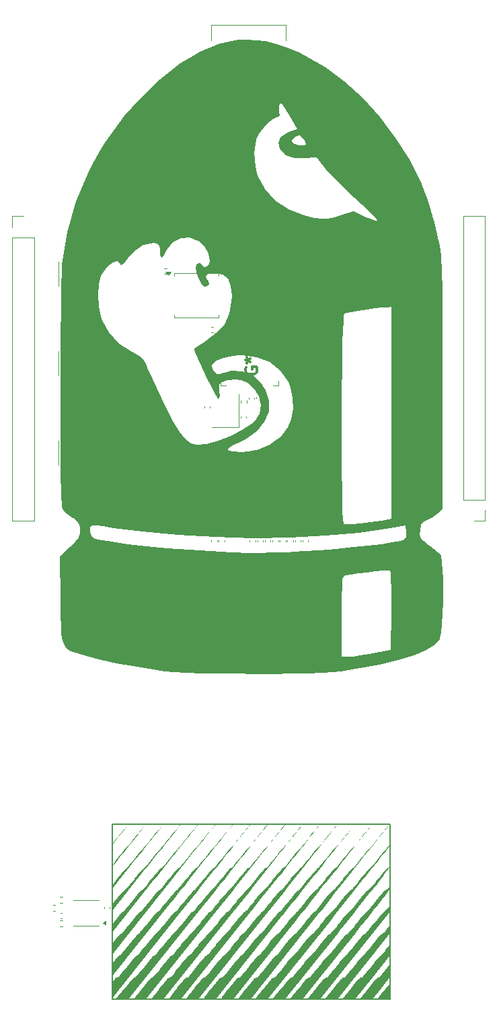
<source format=gbr>
%TF.GenerationSoftware,KiCad,Pcbnew,9.0.6*%
%TF.CreationDate,2026-01-10T23:27:57+00:00*%
%TF.ProjectId,P.P.B.T,502e502e-422e-4542-9e6b-696361645f70,rev?*%
%TF.SameCoordinates,Original*%
%TF.FileFunction,Legend,Top*%
%TF.FilePolarity,Positive*%
%FSLAX46Y46*%
G04 Gerber Fmt 4.6, Leading zero omitted, Abs format (unit mm)*
G04 Created by KiCad (PCBNEW 9.0.6) date 2026-01-10 23:27:57*
%MOMM*%
%LPD*%
G01*
G04 APERTURE LIST*
%ADD10C,0.100000*%
%ADD11C,0.150000*%
%ADD12C,0.300000*%
%ADD13C,0.120000*%
%ADD14C,0.000000*%
G04 APERTURE END LIST*
D10*
X141761299Y-77746007D02*
X141737489Y-77817435D01*
X141737489Y-77817435D02*
X141713680Y-77841245D01*
X141713680Y-77841245D02*
X141666061Y-77865054D01*
X141666061Y-77865054D02*
X141594632Y-77865054D01*
X141594632Y-77865054D02*
X141547013Y-77841245D01*
X141547013Y-77841245D02*
X141523204Y-77817435D01*
X141523204Y-77817435D02*
X141499394Y-77769816D01*
X141499394Y-77769816D02*
X141499394Y-77579340D01*
X141499394Y-77579340D02*
X141999394Y-77579340D01*
X141999394Y-77579340D02*
X141999394Y-77746007D01*
X141999394Y-77746007D02*
X141975584Y-77793626D01*
X141975584Y-77793626D02*
X141951775Y-77817435D01*
X141951775Y-77817435D02*
X141904156Y-77841245D01*
X141904156Y-77841245D02*
X141856537Y-77841245D01*
X141856537Y-77841245D02*
X141808918Y-77817435D01*
X141808918Y-77817435D02*
X141785108Y-77793626D01*
X141785108Y-77793626D02*
X141761299Y-77746007D01*
X141761299Y-77746007D02*
X141761299Y-77579340D01*
X141999394Y-78174578D02*
X141999394Y-78269816D01*
X141999394Y-78269816D02*
X141975584Y-78317435D01*
X141975584Y-78317435D02*
X141927965Y-78365054D01*
X141927965Y-78365054D02*
X141832727Y-78388864D01*
X141832727Y-78388864D02*
X141666061Y-78388864D01*
X141666061Y-78388864D02*
X141570823Y-78365054D01*
X141570823Y-78365054D02*
X141523204Y-78317435D01*
X141523204Y-78317435D02*
X141499394Y-78269816D01*
X141499394Y-78269816D02*
X141499394Y-78174578D01*
X141499394Y-78174578D02*
X141523204Y-78126959D01*
X141523204Y-78126959D02*
X141570823Y-78079340D01*
X141570823Y-78079340D02*
X141666061Y-78055531D01*
X141666061Y-78055531D02*
X141832727Y-78055531D01*
X141832727Y-78055531D02*
X141927965Y-78079340D01*
X141927965Y-78079340D02*
X141975584Y-78126959D01*
X141975584Y-78126959D02*
X141999394Y-78174578D01*
X141999394Y-78698388D02*
X141999394Y-78793626D01*
X141999394Y-78793626D02*
X141975584Y-78841245D01*
X141975584Y-78841245D02*
X141927965Y-78888864D01*
X141927965Y-78888864D02*
X141832727Y-78912674D01*
X141832727Y-78912674D02*
X141666061Y-78912674D01*
X141666061Y-78912674D02*
X141570823Y-78888864D01*
X141570823Y-78888864D02*
X141523204Y-78841245D01*
X141523204Y-78841245D02*
X141499394Y-78793626D01*
X141499394Y-78793626D02*
X141499394Y-78698388D01*
X141499394Y-78698388D02*
X141523204Y-78650769D01*
X141523204Y-78650769D02*
X141570823Y-78603150D01*
X141570823Y-78603150D02*
X141666061Y-78579341D01*
X141666061Y-78579341D02*
X141832727Y-78579341D01*
X141832727Y-78579341D02*
X141927965Y-78603150D01*
X141927965Y-78603150D02*
X141975584Y-78650769D01*
X141975584Y-78650769D02*
X141999394Y-78698388D01*
X141999394Y-79055532D02*
X141999394Y-79341246D01*
X141499394Y-79198389D02*
X141999394Y-79198389D01*
X141999394Y-55062436D02*
X141594632Y-55062436D01*
X141594632Y-55062436D02*
X141547013Y-55086246D01*
X141547013Y-55086246D02*
X141523204Y-55110055D01*
X141523204Y-55110055D02*
X141499394Y-55157674D01*
X141499394Y-55157674D02*
X141499394Y-55252912D01*
X141499394Y-55252912D02*
X141523204Y-55300531D01*
X141523204Y-55300531D02*
X141547013Y-55324341D01*
X141547013Y-55324341D02*
X141594632Y-55348150D01*
X141594632Y-55348150D02*
X141999394Y-55348150D01*
X141523204Y-55562437D02*
X141499394Y-55633865D01*
X141499394Y-55633865D02*
X141499394Y-55752913D01*
X141499394Y-55752913D02*
X141523204Y-55800532D01*
X141523204Y-55800532D02*
X141547013Y-55824341D01*
X141547013Y-55824341D02*
X141594632Y-55848151D01*
X141594632Y-55848151D02*
X141642251Y-55848151D01*
X141642251Y-55848151D02*
X141689870Y-55824341D01*
X141689870Y-55824341D02*
X141713680Y-55800532D01*
X141713680Y-55800532D02*
X141737489Y-55752913D01*
X141737489Y-55752913D02*
X141761299Y-55657675D01*
X141761299Y-55657675D02*
X141785108Y-55610056D01*
X141785108Y-55610056D02*
X141808918Y-55586246D01*
X141808918Y-55586246D02*
X141856537Y-55562437D01*
X141856537Y-55562437D02*
X141904156Y-55562437D01*
X141904156Y-55562437D02*
X141951775Y-55586246D01*
X141951775Y-55586246D02*
X141975584Y-55610056D01*
X141975584Y-55610056D02*
X141999394Y-55657675D01*
X141999394Y-55657675D02*
X141999394Y-55776722D01*
X141999394Y-55776722D02*
X141975584Y-55848151D01*
X141761299Y-56062436D02*
X141761299Y-56229103D01*
X141499394Y-56300531D02*
X141499394Y-56062436D01*
X141499394Y-56062436D02*
X141999394Y-56062436D01*
X141999394Y-56062436D02*
X141999394Y-56300531D01*
X141499394Y-56800531D02*
X141737489Y-56633865D01*
X141499394Y-56514817D02*
X141999394Y-56514817D01*
X141999394Y-56514817D02*
X141999394Y-56705293D01*
X141999394Y-56705293D02*
X141975584Y-56752912D01*
X141975584Y-56752912D02*
X141951775Y-56776722D01*
X141951775Y-56776722D02*
X141904156Y-56800531D01*
X141904156Y-56800531D02*
X141832727Y-56800531D01*
X141832727Y-56800531D02*
X141785108Y-56776722D01*
X141785108Y-56776722D02*
X141761299Y-56752912D01*
X141761299Y-56752912D02*
X141737489Y-56705293D01*
X141737489Y-56705293D02*
X141737489Y-56514817D01*
X141499394Y-66448388D02*
X141737489Y-66281722D01*
X141499394Y-66162674D02*
X141999394Y-66162674D01*
X141999394Y-66162674D02*
X141999394Y-66353150D01*
X141999394Y-66353150D02*
X141975584Y-66400769D01*
X141975584Y-66400769D02*
X141951775Y-66424579D01*
X141951775Y-66424579D02*
X141904156Y-66448388D01*
X141904156Y-66448388D02*
X141832727Y-66448388D01*
X141832727Y-66448388D02*
X141785108Y-66424579D01*
X141785108Y-66424579D02*
X141761299Y-66400769D01*
X141761299Y-66400769D02*
X141737489Y-66353150D01*
X141737489Y-66353150D02*
X141737489Y-66162674D01*
X141761299Y-66662674D02*
X141761299Y-66829341D01*
X141499394Y-66900769D02*
X141499394Y-66662674D01*
X141499394Y-66662674D02*
X141999394Y-66662674D01*
X141999394Y-66662674D02*
X141999394Y-66900769D01*
X141523204Y-67091246D02*
X141499394Y-67162674D01*
X141499394Y-67162674D02*
X141499394Y-67281722D01*
X141499394Y-67281722D02*
X141523204Y-67329341D01*
X141523204Y-67329341D02*
X141547013Y-67353150D01*
X141547013Y-67353150D02*
X141594632Y-67376960D01*
X141594632Y-67376960D02*
X141642251Y-67376960D01*
X141642251Y-67376960D02*
X141689870Y-67353150D01*
X141689870Y-67353150D02*
X141713680Y-67329341D01*
X141713680Y-67329341D02*
X141737489Y-67281722D01*
X141737489Y-67281722D02*
X141761299Y-67186484D01*
X141761299Y-67186484D02*
X141785108Y-67138865D01*
X141785108Y-67138865D02*
X141808918Y-67115055D01*
X141808918Y-67115055D02*
X141856537Y-67091246D01*
X141856537Y-67091246D02*
X141904156Y-67091246D01*
X141904156Y-67091246D02*
X141951775Y-67115055D01*
X141951775Y-67115055D02*
X141975584Y-67138865D01*
X141975584Y-67138865D02*
X141999394Y-67186484D01*
X141999394Y-67186484D02*
X141999394Y-67305531D01*
X141999394Y-67305531D02*
X141975584Y-67376960D01*
X141761299Y-67591245D02*
X141761299Y-67757912D01*
X141499394Y-67829340D02*
X141499394Y-67591245D01*
X141499394Y-67591245D02*
X141999394Y-67591245D01*
X141999394Y-67591245D02*
X141999394Y-67829340D01*
X141999394Y-67972198D02*
X141999394Y-68257912D01*
X141499394Y-68115055D02*
X141999394Y-68115055D01*
D11*
X161166337Y-81805105D02*
X160690147Y-81805105D01*
X160690147Y-81805105D02*
X160690147Y-80805105D01*
X161452052Y-80900343D02*
X161499671Y-80852724D01*
X161499671Y-80852724D02*
X161594909Y-80805105D01*
X161594909Y-80805105D02*
X161833004Y-80805105D01*
X161833004Y-80805105D02*
X161928242Y-80852724D01*
X161928242Y-80852724D02*
X161975861Y-80900343D01*
X161975861Y-80900343D02*
X162023480Y-80995581D01*
X162023480Y-80995581D02*
X162023480Y-81090819D01*
X162023480Y-81090819D02*
X161975861Y-81233676D01*
X161975861Y-81233676D02*
X161404433Y-81805105D01*
X161404433Y-81805105D02*
X162023480Y-81805105D01*
D12*
X161429757Y-67741427D02*
X161358328Y-67884285D01*
X161358328Y-67884285D02*
X161358328Y-68098570D01*
X161358328Y-68098570D02*
X161429757Y-68312856D01*
X161429757Y-68312856D02*
X161572614Y-68455713D01*
X161572614Y-68455713D02*
X161715471Y-68527142D01*
X161715471Y-68527142D02*
X162001185Y-68598570D01*
X162001185Y-68598570D02*
X162215471Y-68598570D01*
X162215471Y-68598570D02*
X162501185Y-68527142D01*
X162501185Y-68527142D02*
X162644042Y-68455713D01*
X162644042Y-68455713D02*
X162786900Y-68312856D01*
X162786900Y-68312856D02*
X162858328Y-68098570D01*
X162858328Y-68098570D02*
X162858328Y-67955713D01*
X162858328Y-67955713D02*
X162786900Y-67741427D01*
X162786900Y-67741427D02*
X162715471Y-67669999D01*
X162715471Y-67669999D02*
X162215471Y-67669999D01*
X162215471Y-67669999D02*
X162215471Y-67955713D01*
X161358328Y-66812856D02*
X161715471Y-66812856D01*
X161572614Y-67169999D02*
X161715471Y-66812856D01*
X161715471Y-66812856D02*
X161572614Y-66455713D01*
X162001185Y-67027142D02*
X161715471Y-66812856D01*
X161715471Y-66812856D02*
X162001185Y-66598570D01*
X161358328Y-65669999D02*
X161715471Y-65669999D01*
X161572614Y-66027142D02*
X161715471Y-65669999D01*
X161715471Y-65669999D02*
X161572614Y-65312856D01*
X162001185Y-65884285D02*
X161715471Y-65669999D01*
X161715471Y-65669999D02*
X162001185Y-65455713D01*
X161358328Y-64527142D02*
X161715471Y-64527142D01*
X161572614Y-64884285D02*
X161715471Y-64527142D01*
X161715471Y-64527142D02*
X161572614Y-64169999D01*
X162001185Y-64741428D02*
X161715471Y-64527142D01*
X161715471Y-64527142D02*
X162001185Y-64312856D01*
D13*
%TO.C,C26*%
X168571004Y-89448454D02*
X168571004Y-89664126D01*
X169291004Y-89448454D02*
X169291004Y-89664126D01*
%TO.C,C9*%
X161573004Y-60253122D02*
X161573004Y-60037450D01*
X162293004Y-60253122D02*
X162293004Y-60037450D01*
%TO.C,C3*%
X166123168Y-60696290D02*
X166338840Y-60696290D01*
X166123168Y-61416290D02*
X166338840Y-61416290D01*
D14*
%TO.C,G\u002A\u002A\u002A*%
G36*
X179557985Y-145284951D02*
G01*
X179561628Y-145445030D01*
X179564419Y-145687172D01*
X179566102Y-145991207D01*
X179566487Y-146236988D01*
X179566487Y-147246867D01*
X178750438Y-147246867D01*
X177934389Y-147246867D01*
X178737696Y-146236988D01*
X178965398Y-145951387D01*
X179169129Y-145697108D01*
X179339161Y-145486188D01*
X179465765Y-145330666D01*
X179539214Y-145242582D01*
X179553744Y-145227108D01*
X179557985Y-145284951D01*
G37*
G36*
X179566487Y-143659053D02*
G01*
X179566487Y-144463046D01*
X178456980Y-145854957D01*
X177347474Y-147246867D01*
X176543855Y-147246867D01*
X175740236Y-147246867D01*
X176836352Y-145869759D01*
X177143300Y-145485078D01*
X177389986Y-145178897D01*
X177584482Y-144942397D01*
X177734861Y-144766759D01*
X177849195Y-144643165D01*
X177935556Y-144562795D01*
X178002017Y-144516831D01*
X178056649Y-144496455D01*
X178096893Y-144492651D01*
X178161612Y-144484384D01*
X178230205Y-144451943D01*
X178314111Y-144383863D01*
X178424769Y-144268680D01*
X178573618Y-144094931D01*
X178772097Y-143851151D01*
X178913902Y-143673856D01*
X179566487Y-142855060D01*
X179566487Y-143659053D01*
G37*
G36*
X146603497Y-125267827D02*
G01*
X146515174Y-125392347D01*
X146373725Y-125581690D01*
X146187247Y-125825222D01*
X145963838Y-126112315D01*
X145711594Y-126432336D01*
X145584240Y-126592529D01*
X145321039Y-126920818D01*
X145081312Y-127216207D01*
X144873281Y-127468851D01*
X144705171Y-127668904D01*
X144585205Y-127806519D01*
X144521606Y-127871852D01*
X144513512Y-127874487D01*
X144546301Y-127816861D01*
X144637894Y-127688117D01*
X144778127Y-127501002D01*
X144956840Y-127268263D01*
X145163868Y-127002650D01*
X145389050Y-126716910D01*
X145622223Y-126423791D01*
X145853225Y-126136042D01*
X146071893Y-125866410D01*
X146268064Y-125627643D01*
X146431577Y-125432491D01*
X146552268Y-125293700D01*
X146619976Y-125224019D01*
X146630597Y-125218759D01*
X146603497Y-125267827D01*
G37*
G36*
X179566487Y-141035829D02*
G01*
X179566487Y-141708336D01*
X177360242Y-144477602D01*
X175153997Y-147246867D01*
X174350187Y-147246867D01*
X173546378Y-147246867D01*
X174642494Y-145869759D01*
X174948593Y-145486032D01*
X175194408Y-145180646D01*
X175388088Y-144944746D01*
X175537781Y-144769477D01*
X175651636Y-144645983D01*
X175737801Y-144565410D01*
X175804427Y-144518901D01*
X175859660Y-144497601D01*
X175909714Y-144492651D01*
X175961678Y-144487267D01*
X176017174Y-144465209D01*
X176084349Y-144417621D01*
X176171352Y-144335644D01*
X176286331Y-144210421D01*
X176437435Y-144033092D01*
X176632812Y-143794802D01*
X176880611Y-143486691D01*
X177176536Y-143115542D01*
X177516742Y-142691923D01*
X177804829Y-142341507D01*
X178037801Y-142067753D01*
X178212662Y-141874116D01*
X178326414Y-141764056D01*
X178370144Y-141738434D01*
X178443765Y-141694603D01*
X178573763Y-141569471D01*
X178751158Y-141372577D01*
X178966973Y-141113462D01*
X179017259Y-141050878D01*
X179566487Y-140363322D01*
X179566487Y-141035829D01*
G37*
G36*
X148795083Y-125266005D02*
G01*
X148702460Y-125392343D01*
X148552226Y-125590237D01*
X148350135Y-125852298D01*
X148101944Y-126171137D01*
X147813409Y-126539367D01*
X147490286Y-126949597D01*
X147138330Y-127394440D01*
X146763299Y-127866507D01*
X146681064Y-127969770D01*
X146185566Y-128590049D01*
X145756592Y-129123460D01*
X145393041Y-129571322D01*
X145093815Y-129934953D01*
X144857812Y-130215672D01*
X144683934Y-130414797D01*
X144571080Y-130533646D01*
X144518151Y-130573537D01*
X144513512Y-130567736D01*
X144546658Y-130498422D01*
X144639045Y-130357472D01*
X144780092Y-130158484D01*
X144959218Y-129915057D01*
X145165843Y-129640789D01*
X145389387Y-129349278D01*
X145619270Y-129054123D01*
X145844912Y-128768921D01*
X146055731Y-128507270D01*
X146241149Y-128282769D01*
X146390584Y-128109016D01*
X146493457Y-127999609D01*
X146536782Y-127967349D01*
X146581712Y-127925593D01*
X146686719Y-127807188D01*
X146843242Y-127622427D01*
X147042720Y-127381605D01*
X147276593Y-127095015D01*
X147536302Y-126772952D01*
X147692383Y-126577739D01*
X147961636Y-126241775D01*
X148208750Y-125936932D01*
X148425399Y-125673207D01*
X148603258Y-125460594D01*
X148734004Y-125309089D01*
X148809310Y-125228687D01*
X148824337Y-125218610D01*
X148795083Y-125266005D01*
G37*
G36*
X179566487Y-138434818D02*
G01*
X179566487Y-138953952D01*
X176263378Y-143100410D01*
X172960270Y-147246867D01*
X172156395Y-147246867D01*
X171352520Y-147246867D01*
X172448636Y-145869759D01*
X172754697Y-145486074D01*
X173000472Y-145180724D01*
X173194115Y-144944850D01*
X173343776Y-144769597D01*
X173457608Y-144646108D01*
X173543764Y-144565526D01*
X173610396Y-144518994D01*
X173665656Y-144497655D01*
X173716199Y-144492651D01*
X173768218Y-144487310D01*
X173823686Y-144465382D01*
X173890757Y-144418011D01*
X173977582Y-144336340D01*
X174092313Y-144211512D01*
X174243103Y-144034671D01*
X174438104Y-143796959D01*
X174685468Y-143489521D01*
X174983761Y-143115542D01*
X175326536Y-142688873D01*
X175615888Y-142337092D01*
X175849094Y-142063336D01*
X176023433Y-141870744D01*
X176136183Y-141762453D01*
X176178195Y-141738434D01*
X176243956Y-141694084D01*
X176373307Y-141563129D01*
X176563523Y-141348704D01*
X176811886Y-141053948D01*
X177115672Y-140681999D01*
X177372629Y-140361325D01*
X177697420Y-139955526D01*
X177961298Y-139631290D01*
X178170557Y-139381495D01*
X178331492Y-139199020D01*
X178450400Y-139076744D01*
X178533575Y-139007547D01*
X178587314Y-138984307D01*
X178590068Y-138984217D01*
X178672777Y-138952646D01*
X178791315Y-138852009D01*
X178954811Y-138673415D01*
X179138939Y-138449951D01*
X179566487Y-137915685D01*
X179566487Y-138434818D01*
G37*
G36*
X150987952Y-125265215D02*
G01*
X150893388Y-125392274D01*
X150739178Y-125593747D01*
X150530028Y-125863634D01*
X150270647Y-126195939D01*
X149965742Y-126584662D01*
X149620021Y-127023806D01*
X149238193Y-127507371D01*
X148824964Y-128029360D01*
X148385044Y-128583774D01*
X147923139Y-129164616D01*
X147777959Y-129346922D01*
X144513512Y-133444838D01*
X144513512Y-133199570D01*
X144516156Y-133121580D01*
X144529337Y-133047294D01*
X144560929Y-132964671D01*
X144618802Y-132861668D01*
X144710829Y-132726245D01*
X144844884Y-132546359D01*
X145028838Y-132309971D01*
X145270563Y-132005037D01*
X145403724Y-131837934D01*
X145701583Y-131469228D01*
X145952744Y-131168355D01*
X146152623Y-130940493D01*
X146296642Y-130790819D01*
X146380218Y-130724512D01*
X146391367Y-130721566D01*
X146456208Y-130677437D01*
X146584232Y-130547595D01*
X146772131Y-130335858D01*
X147016594Y-130046045D01*
X147314312Y-129681973D01*
X147584913Y-129344458D01*
X147854003Y-129008244D01*
X148102176Y-128701722D01*
X148320824Y-128435244D01*
X148501337Y-128219165D01*
X148635110Y-128063838D01*
X148713534Y-127979618D01*
X148729799Y-127967349D01*
X148774936Y-127925590D01*
X148880137Y-127807175D01*
X149036834Y-127622400D01*
X149236458Y-127381560D01*
X149470443Y-127094951D01*
X149730220Y-126772867D01*
X149886241Y-126577739D01*
X150155493Y-126241773D01*
X150402604Y-125936927D01*
X150619248Y-125673196D01*
X150797102Y-125460575D01*
X150927840Y-125309062D01*
X151003139Y-125228650D01*
X151018160Y-125218567D01*
X150987952Y-125265215D01*
G37*
G36*
X179566487Y-135803335D02*
G01*
X179566487Y-136199651D01*
X175166482Y-141723259D01*
X170766478Y-147246867D01*
X169962570Y-147246867D01*
X169158662Y-147246867D01*
X170254778Y-145869759D01*
X170560839Y-145486074D01*
X170806614Y-145180724D01*
X171000257Y-144944850D01*
X171149918Y-144769597D01*
X171263750Y-144646108D01*
X171349906Y-144565526D01*
X171416538Y-144518994D01*
X171471798Y-144497655D01*
X171522341Y-144492651D01*
X171574360Y-144487310D01*
X171629828Y-144465382D01*
X171696899Y-144418011D01*
X171783724Y-144336340D01*
X171898455Y-144211512D01*
X172049245Y-144034671D01*
X172244246Y-143796959D01*
X172491610Y-143489521D01*
X172789903Y-143115542D01*
X173132679Y-142688873D01*
X173422030Y-142337092D01*
X173655236Y-142063336D01*
X173829575Y-141870744D01*
X173942325Y-141762453D01*
X173984337Y-141738434D01*
X174050098Y-141694084D01*
X174179449Y-141563129D01*
X174369665Y-141348704D01*
X174618028Y-141053948D01*
X174921814Y-140681999D01*
X175178771Y-140361325D01*
X175502232Y-139957123D01*
X175764869Y-139634241D01*
X175973128Y-139385394D01*
X176133460Y-139203295D01*
X176252311Y-139080659D01*
X176336131Y-139010200D01*
X176391369Y-138984631D01*
X176397581Y-138984217D01*
X176449091Y-138964746D01*
X176528218Y-138901476D01*
X176641410Y-138787122D01*
X176795116Y-138614396D01*
X176995785Y-138376013D01*
X177249863Y-138064687D01*
X177563801Y-137673133D01*
X177616391Y-137607108D01*
X177949381Y-137192633D01*
X178234021Y-136846398D01*
X178466529Y-136572771D01*
X178643124Y-136376119D01*
X178760022Y-136260808D01*
X178809195Y-136230000D01*
X178885688Y-136188283D01*
X179008982Y-136075686D01*
X179159539Y-135911038D01*
X179236184Y-135818509D01*
X179566487Y-135407018D01*
X179566487Y-135803335D01*
G37*
G36*
X153181224Y-125264747D02*
G01*
X153085494Y-125392215D01*
X152928893Y-125595772D01*
X152715500Y-125870237D01*
X152449397Y-126210430D01*
X152134664Y-126611172D01*
X151775381Y-127067282D01*
X151375630Y-127573580D01*
X150939490Y-128124888D01*
X150471044Y-128716024D01*
X149974370Y-129341809D01*
X149453549Y-129997063D01*
X148912663Y-130676607D01*
X148874871Y-130724052D01*
X144513512Y-136199141D01*
X144513512Y-135800721D01*
X144513512Y-135402300D01*
X145281916Y-134439042D01*
X145554881Y-134100564D01*
X145769074Y-133844010D01*
X145931879Y-133661379D01*
X146050680Y-133544669D01*
X146132860Y-133485880D01*
X146171647Y-133474904D01*
X146223908Y-133453922D01*
X146305500Y-133386814D01*
X146422670Y-133266475D01*
X146581662Y-133085804D01*
X146788720Y-132837694D01*
X147050092Y-132515044D01*
X147372020Y-132110749D01*
X147382273Y-132097796D01*
X147732433Y-131659025D01*
X148019199Y-131307770D01*
X148245000Y-131041236D01*
X148412262Y-130856629D01*
X148523412Y-130751152D01*
X148577114Y-130721566D01*
X148640890Y-130683752D01*
X148759544Y-130568568D01*
X148935359Y-130373398D01*
X149170614Y-130095627D01*
X149467592Y-129732642D01*
X149778771Y-129344458D01*
X150047861Y-129008244D01*
X150296034Y-128701722D01*
X150514681Y-128435244D01*
X150695195Y-128219165D01*
X150828968Y-128063838D01*
X150907392Y-127979618D01*
X150923657Y-127967349D01*
X150968794Y-127925590D01*
X151073995Y-127807175D01*
X151230692Y-127622400D01*
X151430316Y-127381560D01*
X151664301Y-127094951D01*
X151924078Y-126772867D01*
X152080099Y-126577739D01*
X152349351Y-126241773D01*
X152596460Y-125936925D01*
X152813102Y-125673191D01*
X152990953Y-125460566D01*
X153121687Y-125309048D01*
X153196982Y-125228632D01*
X153212001Y-125218546D01*
X153181224Y-125264747D01*
G37*
G36*
X155374683Y-125264428D02*
G01*
X155278154Y-125392169D01*
X155119912Y-125597129D01*
X154903611Y-125874684D01*
X154632901Y-126220209D01*
X154311433Y-126629078D01*
X153942861Y-127096666D01*
X153530835Y-127618349D01*
X153079006Y-128189501D01*
X152591028Y-128805497D01*
X152070551Y-129461712D01*
X151521226Y-130153521D01*
X150946707Y-130876299D01*
X150350643Y-131625420D01*
X149971790Y-132101174D01*
X144513512Y-138953409D01*
X144513512Y-138426988D01*
X144513512Y-137900567D01*
X145174252Y-137065283D01*
X145448583Y-136725180D01*
X145662130Y-136475599D01*
X145817338Y-136313881D01*
X145916653Y-136237368D01*
X145942508Y-136230000D01*
X146003751Y-136195514D01*
X146115099Y-136089622D01*
X146279741Y-135908678D01*
X146500864Y-135649034D01*
X146781659Y-135307041D01*
X147125311Y-134879051D01*
X147146141Y-134852892D01*
X147493375Y-134420668D01*
X147784831Y-134066419D01*
X148018296Y-133792692D01*
X148191558Y-133602037D01*
X148302405Y-133497003D01*
X148341315Y-133475783D01*
X148407865Y-133431232D01*
X148538351Y-133299269D01*
X148730573Y-133082429D01*
X148982332Y-132783248D01*
X149291427Y-132404261D01*
X149536091Y-132098675D01*
X149859764Y-131694078D01*
X150122604Y-131370870D01*
X150331025Y-131121800D01*
X150491440Y-130939618D01*
X150610264Y-130817071D01*
X150693910Y-130746910D01*
X150748791Y-130721883D01*
X150754161Y-130721566D01*
X150805779Y-130701878D01*
X150885352Y-130637983D01*
X150999294Y-130522634D01*
X151154017Y-130348585D01*
X151355930Y-130108590D01*
X151611447Y-129795402D01*
X151926979Y-129401774D01*
X151972629Y-129344458D01*
X152241719Y-129008244D01*
X152489892Y-128701722D01*
X152708539Y-128435244D01*
X152889053Y-128219165D01*
X153022826Y-128063838D01*
X153101250Y-127979618D01*
X153117515Y-127967349D01*
X153162652Y-127925590D01*
X153267853Y-127807175D01*
X153424550Y-127622400D01*
X153624174Y-127381560D01*
X153858159Y-127094951D01*
X154117936Y-126772867D01*
X154273957Y-126577739D01*
X154543208Y-126241772D01*
X154790317Y-125936923D01*
X155006957Y-125673187D01*
X155184806Y-125460561D01*
X155315539Y-125309040D01*
X155390831Y-125228621D01*
X155405849Y-125218533D01*
X155374683Y-125264428D01*
G37*
G36*
X157568247Y-125264194D02*
G01*
X157471126Y-125392131D01*
X157311670Y-125598118D01*
X157093214Y-125877939D01*
X156819094Y-126227374D01*
X156492643Y-126642208D01*
X156117195Y-127118222D01*
X155696087Y-127651200D01*
X155232652Y-128236925D01*
X154730225Y-128871178D01*
X154192141Y-129549743D01*
X153621734Y-130268402D01*
X153022339Y-131022938D01*
X152397291Y-131809134D01*
X151749923Y-132622773D01*
X151083571Y-133459636D01*
X151068712Y-133478291D01*
X144513512Y-141707661D01*
X144513512Y-141033495D01*
X144513512Y-140359329D01*
X145062739Y-139671773D01*
X145299939Y-139383199D01*
X145491039Y-139168313D01*
X145630191Y-139033288D01*
X145711551Y-138984300D01*
X145713634Y-138984217D01*
X145783168Y-138938771D01*
X145917943Y-138802472D01*
X146117906Y-138575382D01*
X146383004Y-138257560D01*
X146713185Y-137849068D01*
X146905619Y-137607108D01*
X147226322Y-137204159D01*
X147486474Y-136882473D01*
X147692676Y-136634564D01*
X147851530Y-136452944D01*
X147969639Y-136330127D01*
X148053603Y-136258626D01*
X148110026Y-136230953D01*
X148119910Y-136230000D01*
X148171051Y-136211309D01*
X148248584Y-136150286D01*
X148359086Y-136039508D01*
X148509137Y-135871548D01*
X148705313Y-135638983D01*
X148954194Y-135334387D01*
X149262357Y-134950337D01*
X149339999Y-134852892D01*
X149695511Y-134410357D01*
X149990804Y-134051622D01*
X150224653Y-133778095D01*
X150395839Y-133591181D01*
X150503137Y-133492286D01*
X150536542Y-133475783D01*
X150604633Y-133430778D01*
X150737319Y-133296618D01*
X150933486Y-133074589D01*
X151192021Y-132765975D01*
X151511811Y-132372061D01*
X151729948Y-132098675D01*
X152051606Y-131695523D01*
X152312607Y-131373605D01*
X152519518Y-131125488D01*
X152678905Y-130943740D01*
X152797335Y-130820928D01*
X152881376Y-130749620D01*
X152937593Y-130722383D01*
X152946649Y-130721566D01*
X152997859Y-130702726D01*
X153075696Y-130641272D01*
X153186714Y-130529807D01*
X153337466Y-130360932D01*
X153534506Y-130127248D01*
X153784388Y-129821356D01*
X154093664Y-129435860D01*
X154166487Y-129344458D01*
X154435577Y-129008244D01*
X154683750Y-128701722D01*
X154902397Y-128435244D01*
X155082911Y-128219165D01*
X155216684Y-128063838D01*
X155295108Y-127979618D01*
X155311372Y-127967349D01*
X155356510Y-127925590D01*
X155461711Y-127807175D01*
X155618408Y-127622400D01*
X155818032Y-127381560D01*
X156052017Y-127094951D01*
X156311794Y-126772867D01*
X156467815Y-126577739D01*
X156737066Y-126241772D01*
X156984174Y-125936922D01*
X157200814Y-125673185D01*
X157378661Y-125460557D01*
X157509393Y-125309035D01*
X157584683Y-125228614D01*
X157599700Y-125218524D01*
X157568247Y-125264194D01*
G37*
G36*
X179557261Y-133215959D02*
G01*
X179554339Y-133251288D01*
X179547623Y-133288484D01*
X179533948Y-133331659D01*
X179510150Y-133384924D01*
X179473064Y-133452394D01*
X179419524Y-133538180D01*
X179346365Y-133646395D01*
X179250423Y-133781152D01*
X179128531Y-133946564D01*
X178977526Y-134146742D01*
X178794241Y-134385801D01*
X178575513Y-134667851D01*
X178318175Y-134997007D01*
X178019063Y-135377380D01*
X177675011Y-135813084D01*
X177282855Y-136308231D01*
X176839430Y-136866933D01*
X176341570Y-137493303D01*
X175786110Y-138191454D01*
X175169886Y-138965499D01*
X174489732Y-139819550D01*
X174057978Y-140361621D01*
X168573845Y-147246867D01*
X167769325Y-147246867D01*
X166964804Y-147246867D01*
X168060920Y-145869759D01*
X168366981Y-145486074D01*
X168612756Y-145180724D01*
X168806399Y-144944850D01*
X168956060Y-144769597D01*
X169069892Y-144646108D01*
X169156049Y-144565526D01*
X169222680Y-144518994D01*
X169277940Y-144497655D01*
X169328483Y-144492651D01*
X169380502Y-144487310D01*
X169435970Y-144465382D01*
X169503041Y-144418011D01*
X169589866Y-144336340D01*
X169704597Y-144211512D01*
X169855387Y-144034671D01*
X170050388Y-143796959D01*
X170297752Y-143489521D01*
X170596045Y-143115542D01*
X170938821Y-142688873D01*
X171228172Y-142337092D01*
X171461378Y-142063336D01*
X171635717Y-141870744D01*
X171748467Y-141762453D01*
X171790479Y-141738434D01*
X171856241Y-141694084D01*
X171985591Y-141563129D01*
X172175808Y-141348704D01*
X172424170Y-141053948D01*
X172727956Y-140681999D01*
X172984913Y-140361325D01*
X173308374Y-139957123D01*
X173571011Y-139634241D01*
X173779271Y-139385394D01*
X173939602Y-139203295D01*
X174058453Y-139080659D01*
X174142273Y-139010200D01*
X174197511Y-138984631D01*
X174203723Y-138984217D01*
X174255233Y-138964746D01*
X174334360Y-138901476D01*
X174447552Y-138787122D01*
X174601258Y-138614396D01*
X174801927Y-138376013D01*
X175056005Y-138064687D01*
X175369943Y-137673133D01*
X175422533Y-137607108D01*
X175765308Y-137180440D01*
X176054660Y-136828658D01*
X176287865Y-136554903D01*
X176462204Y-136362310D01*
X176574954Y-136254019D01*
X176616966Y-136230000D01*
X176682728Y-136185651D01*
X176812078Y-136054695D01*
X177002295Y-135840270D01*
X177250657Y-135545515D01*
X177554443Y-135173566D01*
X177811400Y-134852892D01*
X178137104Y-134445997D01*
X178401830Y-134120832D01*
X178611767Y-133870393D01*
X178773103Y-133687674D01*
X178892026Y-133565670D01*
X178974725Y-133497376D01*
X179027389Y-133475787D01*
X179027958Y-133475783D01*
X179147571Y-133425766D01*
X179301453Y-133284406D01*
X179360406Y-133215663D01*
X179572412Y-132955542D01*
X179557261Y-133215959D01*
G37*
G36*
X179566487Y-130573271D02*
G01*
X179532032Y-130631662D01*
X179429476Y-130774597D01*
X179260036Y-131000531D01*
X179024925Y-131307917D01*
X178725357Y-131695207D01*
X178362548Y-132160856D01*
X177937713Y-132703317D01*
X177452065Y-133321043D01*
X176906820Y-134012488D01*
X176303192Y-134776104D01*
X175642396Y-135610346D01*
X174925647Y-136513667D01*
X174154160Y-137484519D01*
X173329148Y-138521358D01*
X172972657Y-138969000D01*
X166378828Y-147246867D01*
X165574887Y-147246867D01*
X164770946Y-147246867D01*
X165867062Y-145869759D01*
X166173123Y-145486074D01*
X166418898Y-145180724D01*
X166612541Y-144944850D01*
X166762202Y-144769597D01*
X166876034Y-144646108D01*
X166962191Y-144565526D01*
X167028822Y-144518994D01*
X167084082Y-144497655D01*
X167134625Y-144492651D01*
X167186644Y-144487310D01*
X167242112Y-144465382D01*
X167309183Y-144418011D01*
X167396008Y-144336340D01*
X167510739Y-144211512D01*
X167661529Y-144034671D01*
X167856530Y-143796959D01*
X168103894Y-143489521D01*
X168402187Y-143115542D01*
X168744963Y-142688873D01*
X169034314Y-142337092D01*
X169267520Y-142063336D01*
X169441859Y-141870744D01*
X169554609Y-141762453D01*
X169596621Y-141738434D01*
X169662383Y-141694084D01*
X169791733Y-141563129D01*
X169981950Y-141348704D01*
X170230312Y-141053948D01*
X170534098Y-140681999D01*
X170791055Y-140361325D01*
X171114516Y-139957123D01*
X171377153Y-139634241D01*
X171585413Y-139385394D01*
X171745744Y-139203295D01*
X171864595Y-139080659D01*
X171948416Y-139010200D01*
X172003653Y-138984631D01*
X172009865Y-138984217D01*
X172061375Y-138964746D01*
X172140502Y-138901476D01*
X172253694Y-138787122D01*
X172407400Y-138614396D01*
X172608069Y-138376013D01*
X172862147Y-138064687D01*
X173176086Y-137673133D01*
X173228675Y-137607108D01*
X173571450Y-137180440D01*
X173860802Y-136828658D01*
X174094007Y-136554903D01*
X174268346Y-136362310D01*
X174381096Y-136254019D01*
X174423108Y-136230000D01*
X174488870Y-136185651D01*
X174618220Y-136054695D01*
X174808437Y-135840270D01*
X175056799Y-135545515D01*
X175360585Y-135173566D01*
X175617542Y-134852892D01*
X175941004Y-134448689D01*
X176203640Y-134125807D01*
X176411900Y-133876960D01*
X176572231Y-133694861D01*
X176691083Y-133572225D01*
X176774903Y-133501766D01*
X176830140Y-133476197D01*
X176836352Y-133475783D01*
X176887863Y-133456312D01*
X176966990Y-133393043D01*
X177080182Y-133278688D01*
X177233888Y-133105962D01*
X177434556Y-132867579D01*
X177688635Y-132556254D01*
X178002573Y-132164699D01*
X178055162Y-132098675D01*
X178376684Y-131698492D01*
X178655644Y-131358979D01*
X178887110Y-131085837D01*
X179066153Y-130884767D01*
X179187843Y-130761471D01*
X179246047Y-130721566D01*
X179347818Y-130681382D01*
X179453651Y-130588488D01*
X179531183Y-130502918D01*
X179561414Y-130500295D01*
X179566487Y-130573271D01*
G37*
G36*
X159761878Y-125264012D02*
G01*
X159664295Y-125392100D01*
X159503892Y-125598881D01*
X159283759Y-125880452D01*
X159006982Y-126232914D01*
X158676650Y-126652365D01*
X158295851Y-127134902D01*
X157867673Y-127676626D01*
X157395203Y-128273635D01*
X156881530Y-128922027D01*
X156329742Y-129617902D01*
X155742926Y-130357357D01*
X155124172Y-131136492D01*
X154476566Y-131951405D01*
X153803197Y-132798196D01*
X153107152Y-133672962D01*
X152391521Y-134571803D01*
X152165636Y-134855405D01*
X144513512Y-144461902D01*
X144513512Y-143636921D01*
X144513512Y-142811940D01*
X144939079Y-142275187D01*
X145144553Y-142024439D01*
X145298019Y-141858032D01*
X145409647Y-141766019D01*
X145487949Y-141738434D01*
X145539278Y-141719341D01*
X145617630Y-141657160D01*
X145729519Y-141544537D01*
X145881455Y-141374117D01*
X146079950Y-141138548D01*
X146331517Y-140830476D01*
X146642667Y-140442545D01*
X146707369Y-140361325D01*
X147050145Y-139934656D01*
X147339496Y-139582875D01*
X147572702Y-139309120D01*
X147747041Y-139116527D01*
X147859791Y-139008236D01*
X147901803Y-138984217D01*
X147967565Y-138939868D01*
X148096915Y-138808912D01*
X148287132Y-138594487D01*
X148535494Y-138299731D01*
X148839280Y-137927782D01*
X149096237Y-137607108D01*
X149419699Y-137202906D01*
X149682335Y-136880024D01*
X149890595Y-136631177D01*
X150050926Y-136449078D01*
X150169778Y-136326442D01*
X150253598Y-136255983D01*
X150308835Y-136230414D01*
X150315047Y-136230000D01*
X150366557Y-136210529D01*
X150445684Y-136147259D01*
X150558877Y-136032905D01*
X150712583Y-135860179D01*
X150913251Y-135621796D01*
X151167330Y-135310470D01*
X151481268Y-134918916D01*
X151533857Y-134852892D01*
X151876632Y-134426223D01*
X152165984Y-134074442D01*
X152399190Y-133800686D01*
X152573529Y-133608093D01*
X152686279Y-133499802D01*
X152728291Y-133475783D01*
X152794052Y-133431434D01*
X152923402Y-133300478D01*
X153113619Y-133086053D01*
X153361982Y-132791298D01*
X153665768Y-132419349D01*
X153922725Y-132098675D01*
X154246186Y-131694472D01*
X154508823Y-131371590D01*
X154717082Y-131122743D01*
X154877414Y-130940644D01*
X154996265Y-130818008D01*
X155080085Y-130747549D01*
X155135323Y-130721980D01*
X155141535Y-130721566D01*
X155193045Y-130702095D01*
X155272172Y-130638826D01*
X155385364Y-130524471D01*
X155539070Y-130351745D01*
X155739738Y-130113362D01*
X155993817Y-129802037D01*
X156307755Y-129410482D01*
X156360345Y-129344458D01*
X156629435Y-129008244D01*
X156877608Y-128701722D01*
X157096255Y-128435244D01*
X157276769Y-128219165D01*
X157410542Y-128063838D01*
X157488966Y-127979618D01*
X157505230Y-127967349D01*
X157550368Y-127925590D01*
X157655569Y-127807175D01*
X157812266Y-127622400D01*
X158011890Y-127381560D01*
X158245875Y-127094951D01*
X158505652Y-126772867D01*
X158661673Y-126577739D01*
X158930924Y-126241772D01*
X159178031Y-125936922D01*
X159394670Y-125673184D01*
X159572517Y-125460555D01*
X159703248Y-125309031D01*
X159778537Y-125228608D01*
X159793553Y-125218518D01*
X159761878Y-125264012D01*
G37*
G36*
X179557678Y-127908229D02*
G01*
X179522228Y-127956376D01*
X179420911Y-128087138D01*
X179256830Y-128296605D01*
X179033087Y-128580865D01*
X178752785Y-128936005D01*
X178419027Y-129358116D01*
X178034914Y-129843285D01*
X177603551Y-130387601D01*
X177128039Y-130987152D01*
X176611481Y-131638026D01*
X176056979Y-132336313D01*
X175467638Y-133078101D01*
X174846558Y-133859477D01*
X174196842Y-134676532D01*
X173521594Y-135525353D01*
X172823916Y-136402028D01*
X172106910Y-137302646D01*
X171864849Y-137606619D01*
X164187588Y-147246867D01*
X163418496Y-147246867D01*
X163157094Y-147244090D01*
X162933790Y-147236419D01*
X162765016Y-147224847D01*
X162667205Y-147210364D01*
X162649404Y-147200442D01*
X162682629Y-147147251D01*
X162776721Y-147018744D01*
X162923307Y-146825794D01*
X163114013Y-146579269D01*
X163340466Y-146290041D01*
X163594292Y-145968980D01*
X163710175Y-145823334D01*
X164011071Y-145446769D01*
X164251841Y-145148380D01*
X164440812Y-144919170D01*
X164586309Y-144750141D01*
X164696659Y-144632297D01*
X164780187Y-144556640D01*
X164845219Y-144514173D01*
X164900082Y-144495898D01*
X164941580Y-144492651D01*
X164993472Y-144487200D01*
X165049031Y-144464946D01*
X165116400Y-144417035D01*
X165203723Y-144334613D01*
X165319145Y-144208829D01*
X165470808Y-144030827D01*
X165666857Y-143791756D01*
X165915436Y-143482761D01*
X166208329Y-143115542D01*
X166551105Y-142688873D01*
X166840456Y-142337092D01*
X167073662Y-142063336D01*
X167248001Y-141870744D01*
X167360751Y-141762453D01*
X167402763Y-141738434D01*
X167468525Y-141694084D01*
X167597875Y-141563129D01*
X167788092Y-141348704D01*
X168036454Y-141053948D01*
X168340240Y-140681999D01*
X168597197Y-140361325D01*
X168920658Y-139957123D01*
X169183295Y-139634241D01*
X169391555Y-139385394D01*
X169551886Y-139203295D01*
X169670737Y-139080659D01*
X169754558Y-139010200D01*
X169809795Y-138984631D01*
X169816007Y-138984217D01*
X169867517Y-138964746D01*
X169946644Y-138901476D01*
X170059836Y-138787122D01*
X170213542Y-138614396D01*
X170414211Y-138376013D01*
X170668290Y-138064687D01*
X170982228Y-137673133D01*
X171034817Y-137607108D01*
X171377592Y-137180440D01*
X171666944Y-136828658D01*
X171900149Y-136554903D01*
X172074488Y-136362310D01*
X172187238Y-136254019D01*
X172229250Y-136230000D01*
X172295012Y-136185651D01*
X172424362Y-136054695D01*
X172614579Y-135840270D01*
X172862941Y-135545515D01*
X173166727Y-135173566D01*
X173423684Y-134852892D01*
X173747146Y-134448689D01*
X174009782Y-134125807D01*
X174218042Y-133876960D01*
X174378373Y-133694861D01*
X174497225Y-133572225D01*
X174581045Y-133501766D01*
X174636282Y-133476197D01*
X174642494Y-133475783D01*
X174694005Y-133456312D01*
X174773132Y-133393043D01*
X174886324Y-133278688D01*
X175040030Y-133105962D01*
X175240698Y-132867579D01*
X175494777Y-132556254D01*
X175808715Y-132164699D01*
X175861304Y-132098675D01*
X176204135Y-131671937D01*
X176493513Y-131320124D01*
X176726722Y-131046369D01*
X176901048Y-130853800D01*
X177013774Y-130745549D01*
X177055747Y-130721566D01*
X177121806Y-130677168D01*
X177251300Y-130546102D01*
X177441455Y-130331565D01*
X177689499Y-130036752D01*
X177992657Y-129664859D01*
X178226211Y-129372920D01*
X178603038Y-128903492D01*
X178918665Y-128520138D01*
X179172369Y-128223657D01*
X179363424Y-128014845D01*
X179491106Y-127894499D01*
X179554690Y-127863417D01*
X179557678Y-127908229D01*
G37*
G36*
X161955552Y-125263866D02*
G01*
X161857596Y-125392074D01*
X161696430Y-125599491D01*
X161474942Y-125882469D01*
X161196021Y-126237362D01*
X160862556Y-126660523D01*
X160477437Y-127148304D01*
X160043552Y-127697058D01*
X159563791Y-128303138D01*
X159041043Y-128962897D01*
X158478196Y-129672689D01*
X157878141Y-130428865D01*
X157243765Y-131227778D01*
X156577958Y-132065783D01*
X155883609Y-132939231D01*
X155163608Y-133844475D01*
X154420843Y-134777869D01*
X153658203Y-135735765D01*
X153262561Y-136232518D01*
X144513512Y-147216137D01*
X144513512Y-146208096D01*
X144513512Y-145200056D01*
X144792312Y-144846353D01*
X144951077Y-144656335D01*
X145069796Y-144545849D01*
X145168658Y-144498173D01*
X145219301Y-144492651D01*
X145268681Y-144483125D01*
X145329290Y-144448805D01*
X145408913Y-144381071D01*
X145515338Y-144271308D01*
X145656350Y-144110898D01*
X145839736Y-143891222D01*
X146073282Y-143603665D01*
X146364775Y-143239609D01*
X146463607Y-143115542D01*
X146787069Y-142711340D01*
X147049706Y-142388458D01*
X147257965Y-142139611D01*
X147418297Y-141957512D01*
X147537148Y-141834876D01*
X147620968Y-141764416D01*
X147676206Y-141738848D01*
X147682417Y-141738434D01*
X147733928Y-141718963D01*
X147813055Y-141655693D01*
X147926247Y-141541338D01*
X148079953Y-141368613D01*
X148280621Y-141130230D01*
X148534700Y-140818904D01*
X148848638Y-140427349D01*
X148901227Y-140361325D01*
X149244003Y-139934656D01*
X149533354Y-139582875D01*
X149766560Y-139309120D01*
X149940899Y-139116527D01*
X150053649Y-139008236D01*
X150095661Y-138984217D01*
X150161423Y-138939868D01*
X150290773Y-138808912D01*
X150480990Y-138594487D01*
X150729352Y-138299731D01*
X151033138Y-137927782D01*
X151290095Y-137607108D01*
X151613557Y-137202906D01*
X151876193Y-136880024D01*
X152084453Y-136631177D01*
X152244784Y-136449078D01*
X152363636Y-136326442D01*
X152447456Y-136255983D01*
X152502693Y-136230414D01*
X152508905Y-136230000D01*
X152560415Y-136210529D01*
X152639542Y-136147259D01*
X152752735Y-136032905D01*
X152906441Y-135860179D01*
X153107109Y-135621796D01*
X153361188Y-135310470D01*
X153675126Y-134918916D01*
X153727715Y-134852892D01*
X154070490Y-134426223D01*
X154359842Y-134074442D01*
X154593048Y-133800686D01*
X154767387Y-133608093D01*
X154880137Y-133499802D01*
X154922149Y-133475783D01*
X154987910Y-133431434D01*
X155117260Y-133300478D01*
X155307477Y-133086053D01*
X155555840Y-132791298D01*
X155859626Y-132419349D01*
X156116583Y-132098675D01*
X156440044Y-131694472D01*
X156702681Y-131371590D01*
X156910940Y-131122743D01*
X157071272Y-130940644D01*
X157190123Y-130818008D01*
X157273943Y-130747549D01*
X157329181Y-130721980D01*
X157335392Y-130721566D01*
X157386903Y-130702095D01*
X157466030Y-130638826D01*
X157579222Y-130524471D01*
X157732928Y-130351745D01*
X157933596Y-130113362D01*
X158187675Y-129802037D01*
X158501613Y-129410482D01*
X158554202Y-129344458D01*
X158823293Y-129008244D01*
X159071466Y-128701722D01*
X159290113Y-128435244D01*
X159470627Y-128219165D01*
X159604400Y-128063838D01*
X159682824Y-127979618D01*
X159699088Y-127967349D01*
X159744226Y-127925590D01*
X159849427Y-127807175D01*
X160006124Y-127622400D01*
X160205748Y-127381560D01*
X160439733Y-127094951D01*
X160699510Y-126772867D01*
X160855531Y-126577739D01*
X161124782Y-126241772D01*
X161371889Y-125936921D01*
X161588527Y-125673183D01*
X161766374Y-125460553D01*
X161897103Y-125309028D01*
X161972392Y-125228604D01*
X161987407Y-125218514D01*
X161955552Y-125263866D01*
G37*
G36*
X164155002Y-125255779D02*
G01*
X164059241Y-125381302D01*
X163900239Y-125586071D01*
X163680870Y-125866458D01*
X163404008Y-126218837D01*
X163072526Y-126639577D01*
X162689298Y-127125052D01*
X162257199Y-127671632D01*
X161779101Y-128275690D01*
X161257880Y-128933597D01*
X160696408Y-129641726D01*
X160097559Y-130396447D01*
X159464208Y-131194133D01*
X158799228Y-132031156D01*
X158105493Y-132903886D01*
X157385877Y-133808697D01*
X156643253Y-134741960D01*
X155880496Y-135700046D01*
X155458425Y-136230000D01*
X146683095Y-147246867D01*
X145879036Y-147246867D01*
X145074977Y-147246867D01*
X146171093Y-145869759D01*
X146481599Y-145480969D01*
X146731842Y-145171289D01*
X146929582Y-144932124D01*
X147082577Y-144754880D01*
X147198584Y-144630963D01*
X147285363Y-144551778D01*
X147350672Y-144508732D01*
X147402268Y-144493230D01*
X147414279Y-144492651D01*
X147463602Y-144482850D01*
X147524638Y-144447717D01*
X147605147Y-144378659D01*
X147712887Y-144267081D01*
X147855616Y-144104390D01*
X148041093Y-143881990D01*
X148277076Y-143591288D01*
X148571323Y-143223689D01*
X148657465Y-143115542D01*
X148980927Y-142711340D01*
X149243564Y-142388458D01*
X149451823Y-142139611D01*
X149612155Y-141957512D01*
X149731006Y-141834876D01*
X149814826Y-141764416D01*
X149870064Y-141738848D01*
X149876275Y-141738434D01*
X149927786Y-141718963D01*
X150006913Y-141655693D01*
X150120105Y-141541338D01*
X150273811Y-141368613D01*
X150474479Y-141130230D01*
X150728558Y-140818904D01*
X151042496Y-140427349D01*
X151095085Y-140361325D01*
X151437861Y-139934656D01*
X151727212Y-139582875D01*
X151960418Y-139309120D01*
X152134757Y-139116527D01*
X152247507Y-139008236D01*
X152289519Y-138984217D01*
X152355281Y-138939868D01*
X152484631Y-138808912D01*
X152674848Y-138594487D01*
X152923210Y-138299731D01*
X153226996Y-137927782D01*
X153483953Y-137607108D01*
X153807415Y-137202906D01*
X154070051Y-136880024D01*
X154278311Y-136631177D01*
X154438642Y-136449078D01*
X154557494Y-136326442D01*
X154641314Y-136255983D01*
X154696551Y-136230414D01*
X154702763Y-136230000D01*
X154754273Y-136210529D01*
X154833400Y-136147259D01*
X154946593Y-136032905D01*
X155100299Y-135860179D01*
X155300967Y-135621796D01*
X155555046Y-135310470D01*
X155868984Y-134918916D01*
X155921573Y-134852892D01*
X156264348Y-134426223D01*
X156553700Y-134074442D01*
X156786906Y-133800686D01*
X156961244Y-133608093D01*
X157073995Y-133499802D01*
X157116007Y-133475783D01*
X157181768Y-133431434D01*
X157311118Y-133300478D01*
X157501335Y-133086053D01*
X157749698Y-132791298D01*
X158053484Y-132419349D01*
X158310440Y-132098675D01*
X158633902Y-131694472D01*
X158896539Y-131371590D01*
X159104798Y-131122743D01*
X159265130Y-130940644D01*
X159383981Y-130818008D01*
X159467801Y-130747549D01*
X159523039Y-130721980D01*
X159529250Y-130721566D01*
X159580761Y-130702095D01*
X159659888Y-130638826D01*
X159773080Y-130524471D01*
X159926786Y-130351745D01*
X160127454Y-130113362D01*
X160381533Y-129802037D01*
X160695471Y-129410482D01*
X160748060Y-129344458D01*
X161017186Y-129008231D01*
X161265435Y-128701698D01*
X161484195Y-128435215D01*
X161664849Y-128219135D01*
X161798783Y-128063814D01*
X161877383Y-127979607D01*
X161893742Y-127967349D01*
X161939103Y-127925563D01*
X162044422Y-127807107D01*
X162201082Y-127622337D01*
X162400469Y-127381607D01*
X162633969Y-127095273D01*
X162892966Y-126773689D01*
X163039423Y-126590241D01*
X163308529Y-126254022D01*
X163556734Y-125947495D01*
X163775429Y-125681015D01*
X163956003Y-125464935D01*
X164089844Y-125309611D01*
X164168343Y-125225396D01*
X164184647Y-125213133D01*
X164155002Y-125255779D01*
G37*
G36*
X176244613Y-126590241D02*
G01*
X176103891Y-126769144D01*
X175898015Y-127030009D01*
X175630702Y-127368148D01*
X175305671Y-127778874D01*
X174926639Y-128257500D01*
X174497324Y-128799337D01*
X174021444Y-129399699D01*
X173502717Y-130053897D01*
X172944862Y-130757244D01*
X172351595Y-131505053D01*
X171726634Y-132292636D01*
X171073699Y-133115306D01*
X170396506Y-133968375D01*
X169698773Y-134847155D01*
X168984219Y-135746959D01*
X168256561Y-136663100D01*
X167519517Y-137590890D01*
X167494475Y-137622410D01*
X159847977Y-147246867D01*
X159054833Y-147246867D01*
X158789121Y-147244172D01*
X158561258Y-147236716D01*
X158387422Y-147225448D01*
X158283796Y-147211314D01*
X158261688Y-147200442D01*
X158294913Y-147147251D01*
X158389005Y-147018744D01*
X158535591Y-146825794D01*
X158726297Y-146579269D01*
X158952750Y-146290041D01*
X159206576Y-145968980D01*
X159322459Y-145823334D01*
X159623355Y-145446769D01*
X159864125Y-145148380D01*
X160053096Y-144919170D01*
X160198593Y-144750141D01*
X160308943Y-144632297D01*
X160392471Y-144556640D01*
X160457503Y-144514173D01*
X160512366Y-144495898D01*
X160553864Y-144492651D01*
X160605756Y-144487200D01*
X160661315Y-144464946D01*
X160728684Y-144417035D01*
X160816007Y-144334613D01*
X160931429Y-144208829D01*
X161083092Y-144030827D01*
X161279141Y-143791756D01*
X161527720Y-143482761D01*
X161820613Y-143115542D01*
X162172398Y-142677175D01*
X162460585Y-142326088D01*
X162687606Y-142059494D01*
X162855894Y-141874606D01*
X162967881Y-141768636D01*
X163022570Y-141738434D01*
X163085389Y-141701583D01*
X163201398Y-141589053D01*
X163373169Y-141397879D01*
X163603278Y-141125097D01*
X163894299Y-140767742D01*
X164218370Y-140361325D01*
X164541397Y-139955444D01*
X164803729Y-139631276D01*
X165011695Y-139381626D01*
X165171621Y-139199302D01*
X165289836Y-139077108D01*
X165372667Y-139007851D01*
X165426442Y-138984337D01*
X165429657Y-138984217D01*
X165481613Y-138963858D01*
X165562571Y-138898035D01*
X165678828Y-138779625D01*
X165836679Y-138601506D01*
X166042420Y-138356558D01*
X166302347Y-138037658D01*
X166622755Y-137637685D01*
X166647101Y-137607108D01*
X167004475Y-137162255D01*
X167300617Y-136802530D01*
X167534536Y-136529074D01*
X167705240Y-136343026D01*
X167811740Y-136245528D01*
X167843951Y-136230000D01*
X167912367Y-136184924D01*
X168045544Y-136050386D01*
X168242585Y-135827422D01*
X168502592Y-135517065D01*
X168824668Y-135120350D01*
X169038132Y-134852892D01*
X169360611Y-134448919D01*
X169622373Y-134126293D01*
X169829905Y-133877669D01*
X169989695Y-133695702D01*
X170108229Y-133573048D01*
X170191995Y-133502363D01*
X170247479Y-133476304D01*
X170254526Y-133475783D01*
X170305959Y-133456470D01*
X170384763Y-133393655D01*
X170497410Y-133280023D01*
X170650377Y-133108260D01*
X170850139Y-132871051D01*
X171103170Y-132561082D01*
X171415946Y-132171038D01*
X171473588Y-132098675D01*
X171816364Y-131672006D01*
X172105715Y-131320225D01*
X172338921Y-131046469D01*
X172513260Y-130853876D01*
X172626010Y-130745585D01*
X172668022Y-130721566D01*
X172733784Y-130677217D01*
X172863134Y-130546261D01*
X173053351Y-130331836D01*
X173301713Y-130037081D01*
X173605499Y-129665132D01*
X173862456Y-129344458D01*
X174132609Y-129007845D01*
X174383142Y-128701010D01*
X174605232Y-128434344D01*
X174790054Y-128218240D01*
X174928785Y-128063089D01*
X175012602Y-127979285D01*
X175031718Y-127967349D01*
X175082997Y-127925706D01*
X175194321Y-127807603D01*
X175356902Y-127623280D01*
X175561951Y-127382979D01*
X175800683Y-127096939D01*
X176064309Y-126775402D01*
X176226558Y-126574940D01*
X177348252Y-125182531D01*
X176244613Y-126590241D01*
G37*
G36*
X174653658Y-125832867D02*
G01*
X174544728Y-125977338D01*
X174544074Y-125978193D01*
X174453504Y-126094930D01*
X174297330Y-126294099D01*
X174078862Y-126571527D01*
X173801406Y-126923044D01*
X173468270Y-127344479D01*
X173082761Y-127831660D01*
X172648187Y-128380417D01*
X172167855Y-128986579D01*
X171645072Y-129645974D01*
X171083147Y-130354431D01*
X170485386Y-131107779D01*
X169855098Y-131901847D01*
X169195589Y-132732464D01*
X168510167Y-133595459D01*
X167802139Y-134486661D01*
X167074813Y-135401898D01*
X166331497Y-136337000D01*
X165796114Y-137010361D01*
X157656365Y-147246867D01*
X156862098Y-147246867D01*
X156596187Y-147244176D01*
X156368112Y-147236730D01*
X156194043Y-147225475D01*
X156090148Y-147211357D01*
X156067830Y-147200442D01*
X156101055Y-147147251D01*
X156195147Y-147018744D01*
X156341733Y-146825794D01*
X156532439Y-146579269D01*
X156758892Y-146290041D01*
X157012718Y-145968980D01*
X157128601Y-145823334D01*
X157429497Y-145446769D01*
X157670267Y-145148380D01*
X157859238Y-144919170D01*
X158004735Y-144750141D01*
X158115085Y-144632297D01*
X158198613Y-144556640D01*
X158263645Y-144514173D01*
X158318508Y-144495898D01*
X158360006Y-144492651D01*
X158411898Y-144487200D01*
X158467457Y-144464946D01*
X158534826Y-144417035D01*
X158622149Y-144334613D01*
X158737571Y-144208829D01*
X158889234Y-144030827D01*
X159085283Y-143791756D01*
X159333862Y-143482761D01*
X159626755Y-143115542D01*
X159956143Y-142704215D01*
X160224276Y-142375314D01*
X160436892Y-142122325D01*
X160599730Y-141938734D01*
X160718530Y-141818028D01*
X160799031Y-141753694D01*
X160840164Y-141738434D01*
X160893605Y-141715213D01*
X160980305Y-141641169D01*
X161106036Y-141509724D01*
X161276572Y-141314305D01*
X161497684Y-141048335D01*
X161775145Y-140705239D01*
X162049085Y-140361325D01*
X162392947Y-139930825D01*
X162674185Y-139586173D01*
X162896339Y-139323305D01*
X163062950Y-139138157D01*
X163177560Y-139026665D01*
X163243709Y-138984764D01*
X163248919Y-138984217D01*
X163309434Y-138950759D01*
X163418553Y-138847748D01*
X163579737Y-138671225D01*
X163796450Y-138417234D01*
X164072151Y-138081817D01*
X164410303Y-137661017D01*
X164450919Y-137610028D01*
X164771279Y-137211370D01*
X165050948Y-136871134D01*
X165284607Y-136595473D01*
X165466937Y-136390538D01*
X165592620Y-136262480D01*
X165654808Y-136217618D01*
X165721330Y-136168911D01*
X165849598Y-136038310D01*
X166033926Y-135832334D01*
X166268627Y-135557506D01*
X166548016Y-135220347D01*
X166858208Y-134837590D01*
X167190324Y-134426549D01*
X167460741Y-134098073D01*
X167674932Y-133845998D01*
X167838372Y-133664162D01*
X167956532Y-133546401D01*
X168034886Y-133486553D01*
X168067563Y-133475783D01*
X168121846Y-133451345D01*
X168211392Y-133373844D01*
X168341728Y-133237000D01*
X168518382Y-133034533D01*
X168746882Y-132760164D01*
X169032755Y-132407611D01*
X169279730Y-132098675D01*
X169635243Y-131656140D01*
X169930535Y-131297406D01*
X170164385Y-131023878D01*
X170335570Y-130836964D01*
X170442869Y-130738070D01*
X170476273Y-130721566D01*
X170544364Y-130676561D01*
X170677050Y-130542401D01*
X170873217Y-130320372D01*
X171131753Y-130011758D01*
X171451542Y-129617844D01*
X171669679Y-129344458D01*
X171939297Y-129007597D01*
X172189384Y-128700567D01*
X172411111Y-128433784D01*
X172595651Y-128217665D01*
X172734174Y-128062625D01*
X172817854Y-127979080D01*
X172836832Y-127967349D01*
X172888353Y-127925682D01*
X172999871Y-127807514D01*
X173162591Y-127623095D01*
X173367717Y-127382672D01*
X173606455Y-127096497D01*
X173870011Y-126774819D01*
X174031645Y-126574940D01*
X174271515Y-126277957D01*
X174461079Y-126045434D01*
X174597207Y-125881017D01*
X174676767Y-125788353D01*
X174696627Y-125771087D01*
X174653658Y-125832867D01*
G37*
G36*
X172902158Y-125288820D02*
G01*
X172802084Y-125419466D01*
X172638840Y-125629312D01*
X172415326Y-125914696D01*
X172134442Y-126271957D01*
X171799090Y-126697433D01*
X171412169Y-127187460D01*
X170976580Y-127738378D01*
X170495224Y-128346524D01*
X169971001Y-129008236D01*
X169406813Y-129719853D01*
X168805558Y-130477711D01*
X168170139Y-131278148D01*
X167503456Y-132117504D01*
X166808408Y-132992115D01*
X166087898Y-133898320D01*
X165344824Y-134832456D01*
X164582089Y-135790862D01*
X164198485Y-136272707D01*
X155460810Y-147246867D01*
X154667391Y-147246867D01*
X154401631Y-147244173D01*
X154173716Y-147236720D01*
X153999823Y-147225455D01*
X153896131Y-147211325D01*
X153873972Y-147200442D01*
X153907197Y-147147251D01*
X154001289Y-147018744D01*
X154147875Y-146825794D01*
X154338581Y-146579269D01*
X154565034Y-146290041D01*
X154818860Y-145968980D01*
X154934743Y-145823334D01*
X155235639Y-145446769D01*
X155476409Y-145148380D01*
X155665380Y-144919170D01*
X155810877Y-144750141D01*
X155921227Y-144632297D01*
X156004755Y-144556640D01*
X156069787Y-144514173D01*
X156124650Y-144495898D01*
X156166148Y-144492651D01*
X156218040Y-144487200D01*
X156273599Y-144464946D01*
X156340968Y-144417035D01*
X156428291Y-144334613D01*
X156543713Y-144208829D01*
X156695376Y-144030827D01*
X156891425Y-143791756D01*
X157140004Y-143482761D01*
X157432897Y-143115542D01*
X157755429Y-142712455D01*
X158017195Y-142390522D01*
X158224748Y-142142343D01*
X158384642Y-141960522D01*
X158503430Y-141837659D01*
X158587666Y-141766356D01*
X158643903Y-141739215D01*
X158652734Y-141738434D01*
X158703709Y-141719779D01*
X158780813Y-141658828D01*
X158890631Y-141548101D01*
X159039747Y-141380121D01*
X159234744Y-141147407D01*
X159482209Y-140842481D01*
X159788725Y-140457863D01*
X159865121Y-140361325D01*
X160217269Y-139919605D01*
X160505779Y-139565994D01*
X160732694Y-139298134D01*
X160900061Y-139113664D01*
X161009922Y-139010225D01*
X161058528Y-138984217D01*
X161123477Y-138944896D01*
X161245445Y-138825520D01*
X161426283Y-138623965D01*
X161667842Y-138338111D01*
X161971971Y-137965835D01*
X162259385Y-137607108D01*
X162622437Y-137155113D01*
X162920323Y-136793268D01*
X163153438Y-136521120D01*
X163322178Y-136338214D01*
X163426940Y-136244095D01*
X163458012Y-136230000D01*
X163526338Y-136186233D01*
X163657709Y-136054526D01*
X163852654Y-135834271D01*
X164111699Y-135524862D01*
X164435371Y-135125691D01*
X164652852Y-134852890D01*
X164975625Y-134448164D01*
X165237680Y-134124923D01*
X165445442Y-133875885D01*
X165605333Y-133693766D01*
X165723776Y-133571285D01*
X165807193Y-133501159D01*
X165862009Y-133476107D01*
X165867469Y-133475781D01*
X165919105Y-133456054D01*
X165998760Y-133392046D01*
X166112838Y-133276516D01*
X166267744Y-133102227D01*
X166469884Y-132861939D01*
X166725662Y-132548413D01*
X167041483Y-132154410D01*
X167085872Y-132098675D01*
X167425107Y-131676418D01*
X167712787Y-131326603D01*
X167945794Y-131052825D01*
X168121009Y-130858683D01*
X168235316Y-130747771D01*
X168279900Y-130721351D01*
X168345083Y-130677123D01*
X168473594Y-130547017D01*
X168662268Y-130334679D01*
X168907937Y-130043759D01*
X169207434Y-129677904D01*
X169474740Y-129344911D01*
X169745075Y-129008500D01*
X169995751Y-128701807D01*
X170217942Y-128435225D01*
X170402820Y-128219143D01*
X170541559Y-128063951D01*
X170625334Y-127980039D01*
X170644408Y-127968019D01*
X170695458Y-127925995D01*
X170806206Y-127807146D01*
X170967882Y-127621802D01*
X171171716Y-127380292D01*
X171408940Y-127092946D01*
X171670784Y-126770093D01*
X171826654Y-126575439D01*
X172094821Y-126240724D01*
X172339647Y-125938431D01*
X172553049Y-125678281D01*
X172726943Y-125469997D01*
X172853245Y-125323301D01*
X172923871Y-125247916D01*
X172936160Y-125241037D01*
X172902158Y-125288820D01*
G37*
G36*
X179463749Y-125273417D02*
G01*
X179364743Y-125400461D01*
X179202668Y-125606891D01*
X178980414Y-125889058D01*
X178700870Y-126243315D01*
X178366924Y-126666012D01*
X177981466Y-127153501D01*
X177547383Y-127702135D01*
X177067566Y-128308265D01*
X176544904Y-128968242D01*
X175982284Y-129678419D01*
X175382597Y-130435148D01*
X174748730Y-131234779D01*
X174083573Y-132073664D01*
X173390016Y-132948156D01*
X172670946Y-133854607D01*
X171929253Y-134789367D01*
X171167825Y-135748788D01*
X170773406Y-136245687D01*
X162039999Y-147247639D01*
X161247773Y-147247253D01*
X160982224Y-147244425D01*
X160754533Y-147236851D01*
X160580889Y-147225487D01*
X160477482Y-147211290D01*
X160455546Y-147200442D01*
X160488771Y-147147251D01*
X160582863Y-147018744D01*
X160729449Y-146825794D01*
X160920155Y-146579269D01*
X161146608Y-146290041D01*
X161400434Y-145968980D01*
X161516317Y-145823334D01*
X161817213Y-145446769D01*
X162057983Y-145148380D01*
X162246954Y-144919170D01*
X162392451Y-144750141D01*
X162502801Y-144632297D01*
X162586329Y-144556640D01*
X162651361Y-144514173D01*
X162706224Y-144495898D01*
X162747722Y-144492651D01*
X162799614Y-144487200D01*
X162855173Y-144464946D01*
X162922542Y-144417035D01*
X163009865Y-144334613D01*
X163125287Y-144208829D01*
X163276950Y-144030827D01*
X163472999Y-143791756D01*
X163721578Y-143482761D01*
X164014471Y-143115542D01*
X164357247Y-142688873D01*
X164646598Y-142337092D01*
X164879804Y-142063336D01*
X165054143Y-141870744D01*
X165166893Y-141762453D01*
X165208905Y-141738434D01*
X165274667Y-141694084D01*
X165404017Y-141563129D01*
X165594234Y-141348704D01*
X165842596Y-141053948D01*
X166146382Y-140681999D01*
X166403339Y-140361325D01*
X166726801Y-139957123D01*
X166989437Y-139634241D01*
X167197697Y-139385394D01*
X167358028Y-139203295D01*
X167476879Y-139080659D01*
X167560700Y-139010200D01*
X167615937Y-138984631D01*
X167622149Y-138984217D01*
X167673659Y-138964746D01*
X167752786Y-138901476D01*
X167865978Y-138787122D01*
X168019684Y-138614396D01*
X168220353Y-138376013D01*
X168474432Y-138064687D01*
X168788370Y-137673133D01*
X168840959Y-137607108D01*
X169183734Y-137180440D01*
X169473086Y-136828658D01*
X169706292Y-136554903D01*
X169880630Y-136362310D01*
X169993380Y-136254019D01*
X170035392Y-136230000D01*
X170101154Y-136185651D01*
X170230504Y-136054695D01*
X170420721Y-135840270D01*
X170669083Y-135545515D01*
X170972869Y-135173566D01*
X171229826Y-134852892D01*
X171553288Y-134448689D01*
X171815924Y-134125807D01*
X172024184Y-133876960D01*
X172184515Y-133694861D01*
X172303367Y-133572225D01*
X172387187Y-133501766D01*
X172442424Y-133476197D01*
X172448636Y-133475783D01*
X172500147Y-133456312D01*
X172579274Y-133393043D01*
X172692466Y-133278688D01*
X172846172Y-133105962D01*
X173046840Y-132867579D01*
X173300919Y-132556254D01*
X173614857Y-132164699D01*
X173667446Y-132098675D01*
X174010222Y-131672006D01*
X174299573Y-131320225D01*
X174532779Y-131046469D01*
X174707118Y-130853876D01*
X174819868Y-130745585D01*
X174861880Y-130721566D01*
X174927642Y-130677217D01*
X175056992Y-130546261D01*
X175247209Y-130331836D01*
X175495571Y-130037081D01*
X175799357Y-129665132D01*
X176056314Y-129344458D01*
X176326547Y-129007815D01*
X176577257Y-128700956D01*
X176799605Y-128434276D01*
X176984750Y-128218170D01*
X177123852Y-128063033D01*
X177208073Y-127979260D01*
X177227399Y-127967349D01*
X177279039Y-127925399D01*
X177390130Y-127806496D01*
X177551832Y-127621061D01*
X177755307Y-127379516D01*
X177991716Y-127092282D01*
X178252219Y-126769779D01*
X178394575Y-126591214D01*
X178661157Y-126256148D01*
X178904828Y-125951444D01*
X179117337Y-125687297D01*
X179290434Y-125473900D01*
X179415869Y-125321446D01*
X179485391Y-125240129D01*
X179496798Y-125229407D01*
X179463749Y-125273417D01*
G37*
G36*
X166348860Y-125255779D02*
G01*
X166253099Y-125381302D01*
X166094097Y-125586071D01*
X165874728Y-125866458D01*
X165597866Y-126218837D01*
X165266384Y-126639577D01*
X164883156Y-127125052D01*
X164451057Y-127671632D01*
X163972959Y-128275690D01*
X163451738Y-128933597D01*
X162890266Y-129641726D01*
X162291417Y-130396447D01*
X161658066Y-131194133D01*
X160993086Y-132031156D01*
X160299351Y-132903886D01*
X159579735Y-133808697D01*
X158837111Y-134741960D01*
X158074354Y-135700046D01*
X157652283Y-136230000D01*
X148876953Y-147246867D01*
X148084676Y-147246867D01*
X147819113Y-147245790D01*
X147591409Y-147242812D01*
X147417754Y-147238310D01*
X147314339Y-147232664D01*
X147292398Y-147228338D01*
X147325595Y-147182230D01*
X147419644Y-147060381D01*
X147566235Y-146873331D01*
X147757060Y-146631624D01*
X147983808Y-146345803D01*
X148238169Y-146026409D01*
X148365824Y-145866531D01*
X148674871Y-145481265D01*
X148923811Y-145174943D01*
X149120570Y-144938818D01*
X149273075Y-144764143D01*
X149389249Y-144642173D01*
X149477019Y-144564161D01*
X149544310Y-144521361D01*
X149599048Y-144505026D01*
X149599609Y-144504961D01*
X149653625Y-144489088D01*
X149719912Y-144447200D01*
X149806291Y-144370616D01*
X149920578Y-144250656D01*
X150070592Y-144078640D01*
X150264152Y-143845886D01*
X150509076Y-143543714D01*
X150813181Y-143163444D01*
X150853704Y-143112551D01*
X151176806Y-142708807D01*
X151439094Y-142386382D01*
X151647025Y-142137984D01*
X151807055Y-141956320D01*
X151925639Y-141834096D01*
X152009234Y-141764020D01*
X152064295Y-141738800D01*
X152070133Y-141738434D01*
X152121644Y-141718963D01*
X152200771Y-141655693D01*
X152313963Y-141541338D01*
X152467669Y-141368613D01*
X152668337Y-141130230D01*
X152922416Y-140818904D01*
X153236354Y-140427349D01*
X153288943Y-140361325D01*
X153631719Y-139934656D01*
X153921070Y-139582875D01*
X154154276Y-139309120D01*
X154328615Y-139116527D01*
X154441365Y-139008236D01*
X154483377Y-138984217D01*
X154549139Y-138939868D01*
X154678489Y-138808912D01*
X154868706Y-138594487D01*
X155117068Y-138299731D01*
X155420854Y-137927782D01*
X155677811Y-137607108D01*
X156001273Y-137202906D01*
X156263909Y-136880024D01*
X156472169Y-136631177D01*
X156632500Y-136449078D01*
X156751352Y-136326442D01*
X156835172Y-136255983D01*
X156890409Y-136230414D01*
X156896621Y-136230000D01*
X156948131Y-136210529D01*
X157027258Y-136147259D01*
X157140451Y-136032905D01*
X157294157Y-135860179D01*
X157494825Y-135621796D01*
X157748904Y-135310470D01*
X158062842Y-134918916D01*
X158115431Y-134852892D01*
X158458206Y-134426223D01*
X158747558Y-134074442D01*
X158980764Y-133800686D01*
X159155102Y-133608093D01*
X159267853Y-133499802D01*
X159309865Y-133475783D01*
X159375626Y-133431434D01*
X159504976Y-133300478D01*
X159695193Y-133086053D01*
X159943556Y-132791298D01*
X160247342Y-132419349D01*
X160504298Y-132098675D01*
X160827760Y-131694472D01*
X161090397Y-131371590D01*
X161298656Y-131122743D01*
X161458988Y-130940644D01*
X161577839Y-130818008D01*
X161661659Y-130747549D01*
X161716897Y-130721980D01*
X161723108Y-130721566D01*
X161774619Y-130702095D01*
X161853746Y-130638826D01*
X161966938Y-130524471D01*
X162120644Y-130351745D01*
X162321312Y-130113362D01*
X162575391Y-129802037D01*
X162889329Y-129410482D01*
X162941918Y-129344458D01*
X163211044Y-129008231D01*
X163459293Y-128701698D01*
X163678053Y-128435215D01*
X163858707Y-128219135D01*
X163992641Y-128063814D01*
X164071241Y-127979607D01*
X164087600Y-127967349D01*
X164132961Y-127925563D01*
X164238280Y-127807107D01*
X164394940Y-127622337D01*
X164594327Y-127381607D01*
X164827827Y-127095273D01*
X165086823Y-126773689D01*
X165233281Y-126590241D01*
X165502387Y-126254022D01*
X165750592Y-125947495D01*
X165969287Y-125681015D01*
X166149861Y-125464935D01*
X166283702Y-125309611D01*
X166362201Y-125225396D01*
X166378505Y-125213133D01*
X166348860Y-125255779D01*
G37*
G36*
X168542718Y-125255779D02*
G01*
X168446957Y-125381302D01*
X168287955Y-125586071D01*
X168068586Y-125866458D01*
X167791724Y-126218837D01*
X167460242Y-126639577D01*
X167077014Y-127125052D01*
X166644915Y-127671632D01*
X166166817Y-128275690D01*
X165645596Y-128933597D01*
X165084124Y-129641726D01*
X164485275Y-130396447D01*
X163851924Y-131194133D01*
X163186944Y-132031156D01*
X162493209Y-132903886D01*
X161773593Y-133808697D01*
X161030969Y-134741960D01*
X160268212Y-135700046D01*
X159846141Y-136230000D01*
X151070811Y-147246867D01*
X150278533Y-147246867D01*
X150012971Y-147245682D01*
X149785267Y-147242405D01*
X149611612Y-147237452D01*
X149508197Y-147231240D01*
X149486256Y-147226482D01*
X149519292Y-147179706D01*
X149612901Y-147056803D01*
X149758832Y-146868358D01*
X149948838Y-146624956D01*
X150174667Y-146337184D01*
X150428072Y-146015626D01*
X150559462Y-145849373D01*
X150863402Y-145466228D01*
X151107391Y-145161925D01*
X151299486Y-144927586D01*
X151447743Y-144754335D01*
X151560219Y-144633296D01*
X151644970Y-144555592D01*
X151710055Y-144512345D01*
X151763529Y-144494679D01*
X151790866Y-144492651D01*
X151841092Y-144485235D01*
X151898735Y-144457145D01*
X151971779Y-144399616D01*
X152068208Y-144303882D01*
X152196005Y-144161178D01*
X152363154Y-143962739D01*
X152577637Y-143699801D01*
X152847440Y-143363598D01*
X153045181Y-143115542D01*
X153368643Y-142711340D01*
X153631280Y-142388458D01*
X153839539Y-142139611D01*
X153999871Y-141957512D01*
X154118722Y-141834876D01*
X154202542Y-141764416D01*
X154257779Y-141738848D01*
X154263991Y-141738434D01*
X154315502Y-141718963D01*
X154394629Y-141655693D01*
X154507821Y-141541338D01*
X154661527Y-141368613D01*
X154862195Y-141130230D01*
X155116274Y-140818904D01*
X155430212Y-140427349D01*
X155482801Y-140361325D01*
X155825577Y-139934656D01*
X156114928Y-139582875D01*
X156348134Y-139309120D01*
X156522473Y-139116527D01*
X156635223Y-139008236D01*
X156677235Y-138984217D01*
X156742997Y-138939868D01*
X156872347Y-138808912D01*
X157062564Y-138594487D01*
X157310926Y-138299731D01*
X157614712Y-137927782D01*
X157871669Y-137607108D01*
X158195131Y-137202906D01*
X158457767Y-136880024D01*
X158666027Y-136631177D01*
X158826358Y-136449078D01*
X158945210Y-136326442D01*
X159029030Y-136255983D01*
X159084267Y-136230414D01*
X159090479Y-136230000D01*
X159141989Y-136210529D01*
X159221116Y-136147259D01*
X159334309Y-136032905D01*
X159488015Y-135860179D01*
X159688683Y-135621796D01*
X159942762Y-135310470D01*
X160256700Y-134918916D01*
X160309289Y-134852892D01*
X160652064Y-134426223D01*
X160941416Y-134074442D01*
X161174622Y-133800686D01*
X161348960Y-133608093D01*
X161461710Y-133499802D01*
X161503723Y-133475783D01*
X161569484Y-133431434D01*
X161698834Y-133300478D01*
X161889051Y-133086053D01*
X162137414Y-132791298D01*
X162441199Y-132419349D01*
X162698156Y-132098675D01*
X163021618Y-131694472D01*
X163284255Y-131371590D01*
X163492514Y-131122743D01*
X163652846Y-130940644D01*
X163771697Y-130818008D01*
X163855517Y-130747549D01*
X163910755Y-130721980D01*
X163916966Y-130721566D01*
X163968477Y-130702095D01*
X164047604Y-130638826D01*
X164160796Y-130524471D01*
X164314502Y-130351745D01*
X164515170Y-130113362D01*
X164769249Y-129802037D01*
X165083187Y-129410482D01*
X165135776Y-129344458D01*
X165404902Y-129008231D01*
X165653151Y-128701698D01*
X165871911Y-128435215D01*
X166052565Y-128219135D01*
X166186499Y-128063814D01*
X166265099Y-127979607D01*
X166281458Y-127967349D01*
X166326819Y-127925563D01*
X166432138Y-127807107D01*
X166588798Y-127622337D01*
X166788185Y-127381607D01*
X167021685Y-127095273D01*
X167280681Y-126773689D01*
X167427139Y-126590241D01*
X167696244Y-126254022D01*
X167944450Y-125947495D01*
X168163145Y-125681015D01*
X168343719Y-125464935D01*
X168477560Y-125309611D01*
X168556058Y-125225396D01*
X168572363Y-125213133D01*
X168542718Y-125255779D01*
G37*
G36*
X170706187Y-125293941D02*
G01*
X170608263Y-125422188D01*
X170447128Y-125629644D01*
X170225671Y-125912661D01*
X169946780Y-126267593D01*
X169613346Y-126690791D01*
X169228256Y-127178608D01*
X168794399Y-127727398D01*
X168314666Y-128333513D01*
X167791943Y-128993305D01*
X167229122Y-129703127D01*
X166629089Y-130459333D01*
X165994735Y-131258274D01*
X165328949Y-132096304D01*
X164634618Y-132969775D01*
X163914633Y-133875040D01*
X163171882Y-134808451D01*
X162409253Y-135766362D01*
X162013617Y-136263121D01*
X153264669Y-147246867D01*
X152472392Y-147246867D01*
X152206833Y-147244564D01*
X151979131Y-147238194D01*
X151805476Y-147228566D01*
X151702058Y-147216492D01*
X151680114Y-147207240D01*
X151713221Y-147155642D01*
X151806988Y-147028372D01*
X151953082Y-146836258D01*
X152143170Y-146590127D01*
X152368920Y-146300807D01*
X152622001Y-145979126D01*
X152739862Y-145830132D01*
X153039997Y-145452205D01*
X153280173Y-145152659D01*
X153468695Y-144922474D01*
X153613867Y-144752628D01*
X153723997Y-144634101D01*
X153807390Y-144557870D01*
X153872351Y-144514915D01*
X153927187Y-144496215D01*
X153971266Y-144492651D01*
X154023318Y-144487338D01*
X154078764Y-144465494D01*
X154145759Y-144418261D01*
X154232456Y-144336783D01*
X154347010Y-144212201D01*
X154497576Y-144035657D01*
X154692308Y-143798295D01*
X154939360Y-143491256D01*
X155239039Y-143115542D01*
X155562501Y-142711340D01*
X155825138Y-142388458D01*
X156033397Y-142139611D01*
X156193729Y-141957512D01*
X156312580Y-141834876D01*
X156396400Y-141764416D01*
X156451637Y-141738848D01*
X156457849Y-141738434D01*
X156509360Y-141718963D01*
X156588487Y-141655693D01*
X156701679Y-141541338D01*
X156855385Y-141368613D01*
X157056053Y-141130230D01*
X157310132Y-140818904D01*
X157624070Y-140427349D01*
X157676659Y-140361325D01*
X158019435Y-139934656D01*
X158308786Y-139582875D01*
X158541992Y-139309120D01*
X158716331Y-139116527D01*
X158829081Y-139008236D01*
X158871093Y-138984217D01*
X158936855Y-138939868D01*
X159066205Y-138808912D01*
X159256422Y-138594487D01*
X159504784Y-138299731D01*
X159808570Y-137927782D01*
X160065527Y-137607108D01*
X160389811Y-137201919D01*
X160653221Y-136878190D01*
X160862121Y-136628730D01*
X161022869Y-136446346D01*
X161141829Y-136323846D01*
X161225362Y-136254037D01*
X161279829Y-136229727D01*
X161283931Y-136229521D01*
X161335698Y-136209485D01*
X161415595Y-136144863D01*
X161530007Y-136028411D01*
X161685316Y-135852890D01*
X161887905Y-135611056D01*
X162144157Y-135295669D01*
X162460457Y-134899486D01*
X162497802Y-134852413D01*
X162856206Y-134404396D01*
X163150105Y-134045763D01*
X163380556Y-133775293D01*
X163548618Y-133591768D01*
X163655351Y-133493966D01*
X163692642Y-133475783D01*
X163760029Y-133433379D01*
X163888782Y-133305456D01*
X164079829Y-133090947D01*
X164334100Y-132788785D01*
X164652523Y-132397905D01*
X164892014Y-132098675D01*
X165215275Y-131694714D01*
X165477723Y-131372037D01*
X165685830Y-131123334D01*
X165846068Y-130941295D01*
X165964907Y-130818608D01*
X166048820Y-130747963D01*
X166104277Y-130722050D01*
X166111042Y-130721566D01*
X166162190Y-130702465D01*
X166240118Y-130640222D01*
X166351338Y-130527425D01*
X166502361Y-130356663D01*
X166699700Y-130120524D01*
X166949867Y-129811599D01*
X167259371Y-129422474D01*
X167321006Y-129344458D01*
X167588838Y-129007418D01*
X167836358Y-128700248D01*
X168054889Y-128433382D01*
X168235752Y-128217251D01*
X168370268Y-128062291D01*
X168449760Y-127978934D01*
X168466470Y-127967349D01*
X168514038Y-127925527D01*
X168621412Y-127806980D01*
X168779892Y-127622084D01*
X168980776Y-127381218D01*
X169215364Y-127094760D01*
X169474954Y-126773088D01*
X169619170Y-126592537D01*
X169886655Y-126258346D01*
X170132002Y-125955393D01*
X170346837Y-125693733D01*
X170522792Y-125483421D01*
X170651494Y-125334513D01*
X170724575Y-125257064D01*
X170738012Y-125248549D01*
X170706187Y-125293941D01*
G37*
D13*
%TO.C,D1*%
X167173004Y-29402786D02*
X167173004Y-32087786D01*
X169093004Y-29402786D02*
X167173004Y-29402786D01*
X169093004Y-32087786D02*
X169093004Y-29402786D01*
%TO.C,R6*%
X160753004Y-72178927D02*
X160753004Y-71871645D01*
X161513004Y-72178927D02*
X161513004Y-71871645D01*
%TO.C,D2*%
X164833004Y-88535286D02*
X164833004Y-84525286D01*
X164833004Y-88535286D02*
X166833004Y-88535286D01*
X166833004Y-88535286D02*
X166833004Y-84525286D01*
%TO.C,C16*%
X158967668Y-55296290D02*
X159183340Y-55296290D01*
X158967668Y-56016290D02*
X159183340Y-56016290D01*
%TO.C,C7*%
X156235840Y-67290286D02*
X156020168Y-67290286D01*
X156235840Y-68010286D02*
X156020168Y-68010286D01*
%TO.C,C29*%
X138079458Y-136355286D02*
X138295130Y-136355286D01*
X138079458Y-137075286D02*
X138295130Y-137075286D01*
%TO.C,R5*%
X138901645Y-70003790D02*
X138594363Y-70003790D01*
X138901645Y-70763790D02*
X138594363Y-70763790D01*
%TO.C,L2*%
X158223004Y-82190286D02*
X164443004Y-82190286D01*
X164443004Y-88410286D02*
X158223004Y-88410286D01*
%TO.C,R2*%
X159129502Y-34781645D02*
X159129502Y-35088927D01*
X159889502Y-34781645D02*
X159889502Y-35088927D01*
%TO.C,R14*%
X138013653Y-137335286D02*
X138320935Y-137335286D01*
X138013653Y-138095286D02*
X138320935Y-138095286D01*
D14*
%TO.C,G\u002A\u002A\u002A*%
G36*
X163962037Y-26680419D02*
G01*
X165697376Y-27164357D01*
X166440517Y-27371598D01*
X168131351Y-28117095D01*
X168943008Y-28474958D01*
X171425791Y-29951353D01*
X173845144Y-31761642D01*
X176157349Y-33866679D01*
X178318686Y-36227322D01*
X179783961Y-38147328D01*
X180285434Y-38804427D01*
X182013874Y-41558850D01*
X183460287Y-44451448D01*
X184406802Y-46903731D01*
X184767122Y-48076712D01*
X185157780Y-49499102D01*
X185512917Y-50926624D01*
X185627235Y-51430464D01*
X185740621Y-51961613D01*
X185837495Y-52469052D01*
X185919174Y-52995606D01*
X185986974Y-53584098D01*
X186042213Y-54277352D01*
X186086207Y-55118192D01*
X186120273Y-56149442D01*
X186145728Y-57413925D01*
X186163888Y-58954465D01*
X186176069Y-60813887D01*
X186183590Y-63035013D01*
X186187766Y-65660669D01*
X186189915Y-68733677D01*
X186190359Y-69744900D01*
X186196832Y-85518315D01*
X185624550Y-86091434D01*
X184957672Y-86591132D01*
X184241381Y-86937058D01*
X183703655Y-87183555D01*
X183450809Y-87562853D01*
X183355103Y-88217686D01*
X183341455Y-88773038D01*
X183458401Y-89180455D01*
X183791500Y-89574739D01*
X184426313Y-90090692D01*
X184653131Y-90262753D01*
X186026552Y-91299696D01*
X186207233Y-93227823D01*
X186280190Y-94416439D01*
X186304853Y-95801251D01*
X186286082Y-97271343D01*
X186228740Y-98715795D01*
X186137687Y-100023692D01*
X186017786Y-101084116D01*
X185873897Y-101786148D01*
X185826670Y-101910524D01*
X185246918Y-102604291D01*
X184178757Y-103275908D01*
X182636442Y-103920754D01*
X180634227Y-104534204D01*
X178186368Y-105111635D01*
X175307120Y-105648424D01*
X173371090Y-105950137D01*
X172353834Y-106054241D01*
X170915369Y-106139250D01*
X169137095Y-106205195D01*
X167100409Y-106252105D01*
X164886711Y-106280010D01*
X162577398Y-106288942D01*
X160253869Y-106278929D01*
X157997523Y-106250002D01*
X155889757Y-106202191D01*
X154011970Y-106135527D01*
X152445562Y-106050039D01*
X151271929Y-105945757D01*
X151240397Y-105941943D01*
X149296672Y-105672714D01*
X147226710Y-105331727D01*
X145165790Y-104945326D01*
X143249188Y-104539853D01*
X141612184Y-104141650D01*
X140782298Y-103905439D01*
X139974010Y-103650989D01*
X139351993Y-103406055D01*
X138890784Y-103104750D01*
X138564918Y-102681189D01*
X138348932Y-102069485D01*
X138217361Y-101203752D01*
X138144744Y-100018103D01*
X138122012Y-99105176D01*
X173496832Y-99105176D01*
X173496832Y-104142771D01*
X174314159Y-104133320D01*
X174931650Y-104081706D01*
X175873846Y-103952177D01*
X176972941Y-103768855D01*
X177394852Y-103690485D01*
X179658219Y-103257101D01*
X179726677Y-98374038D01*
X179738288Y-96854497D01*
X179730148Y-95509180D01*
X179704249Y-94418243D01*
X179662581Y-93661844D01*
X179607136Y-93320140D01*
X179600934Y-93311886D01*
X179304771Y-93284382D01*
X178634889Y-93318155D01*
X177714876Y-93399205D01*
X176668319Y-93513532D01*
X175618806Y-93647138D01*
X174689922Y-93786022D01*
X174005255Y-93916186D01*
X173811189Y-93967729D01*
X173697421Y-94132683D01*
X173612320Y-94578266D01*
X173552881Y-95353579D01*
X173516099Y-96507726D01*
X173498970Y-98089808D01*
X173496832Y-99105176D01*
X138122012Y-99105176D01*
X138105615Y-98446654D01*
X138082082Y-96918760D01*
X138000994Y-91506826D01*
X139276636Y-90327923D01*
X139970500Y-89650533D01*
X140356884Y-89140504D01*
X140521646Y-88651730D01*
X140551599Y-88158272D01*
X140529036Y-87878502D01*
X141824118Y-87878502D01*
X141841866Y-88208621D01*
X141856641Y-88353199D01*
X141983715Y-88921218D01*
X142326009Y-89211020D01*
X142815644Y-89347105D01*
X144491628Y-89649062D01*
X146572395Y-89942238D01*
X148959757Y-90218363D01*
X151555528Y-90469168D01*
X154261519Y-90686383D01*
X156979543Y-90861739D01*
X159611413Y-90986966D01*
X162058942Y-91053794D01*
X163185941Y-91062726D01*
X164788342Y-91037405D01*
X166631086Y-90965514D01*
X168638152Y-90853976D01*
X170733518Y-90709713D01*
X172841161Y-90539648D01*
X174885059Y-90350704D01*
X176789189Y-90149804D01*
X178477530Y-89943872D01*
X179304771Y-89823006D01*
X179874058Y-89739829D01*
X180902751Y-89544600D01*
X181397152Y-89404327D01*
X181583115Y-89090280D01*
X181596142Y-88459688D01*
X181595944Y-88457984D01*
X181498725Y-87625231D01*
X179573584Y-87960004D01*
X175711396Y-88511619D01*
X171477770Y-88899990D01*
X166976971Y-89125232D01*
X162313264Y-89187461D01*
X157590912Y-89086792D01*
X152914180Y-88823341D01*
X148387333Y-88397223D01*
X144827526Y-87921469D01*
X143549228Y-87725625D01*
X142689337Y-87611839D01*
X142168254Y-87591678D01*
X141906381Y-87676710D01*
X141824118Y-87878502D01*
X140529036Y-87878502D01*
X140497705Y-87490023D01*
X140249385Y-87072990D01*
X139674902Y-86697179D01*
X139614537Y-86664554D01*
X138936083Y-86191494D01*
X138431955Y-85651531D01*
X138361498Y-85532870D01*
X138289968Y-85277793D01*
X138229821Y-84798142D01*
X138180423Y-84061061D01*
X138141138Y-83033697D01*
X138111333Y-81683196D01*
X138090372Y-79976702D01*
X138077621Y-77881362D01*
X138072444Y-75364321D01*
X138074208Y-72392725D01*
X138077274Y-70820989D01*
X138086790Y-68134604D01*
X138102329Y-65543415D01*
X138123144Y-63101392D01*
X138148486Y-60862502D01*
X138177605Y-58880716D01*
X138183882Y-58554536D01*
X142826106Y-58554536D01*
X142922836Y-59971530D01*
X143192173Y-61311612D01*
X143347486Y-61786961D01*
X144165459Y-63331261D01*
X145388062Y-64636141D01*
X147049591Y-65737710D01*
X147150491Y-65791076D01*
X147977854Y-66262198D01*
X148496946Y-66706111D01*
X148863233Y-67290356D01*
X149134046Y-67928700D01*
X149446453Y-68671540D01*
X149922152Y-69735941D01*
X150502002Y-70992348D01*
X151126862Y-72311209D01*
X151274344Y-72617238D01*
X152222283Y-74456330D01*
X153070388Y-75834870D01*
X153840827Y-76780256D01*
X154555766Y-77319885D01*
X155210039Y-77481629D01*
X156507536Y-77328033D01*
X158002401Y-76924969D01*
X159540023Y-76336054D01*
X160965794Y-75624906D01*
X162125104Y-74855143D01*
X162571593Y-74452531D01*
X163150947Y-73519762D01*
X163310116Y-72458894D01*
X163071608Y-71380583D01*
X162457930Y-70395483D01*
X161600495Y-69678240D01*
X160846713Y-69310503D01*
X160112529Y-69210172D01*
X159192651Y-69359639D01*
X158872427Y-69444251D01*
X158288559Y-69638282D01*
X158052427Y-69899125D01*
X158051087Y-70407677D01*
X158088213Y-70700274D01*
X158120407Y-71340593D01*
X158028707Y-71680067D01*
X157979896Y-71701187D01*
X157805446Y-71490200D01*
X157477481Y-70923473D01*
X157043908Y-70100359D01*
X156552637Y-69120209D01*
X156051576Y-68082376D01*
X155757198Y-67448931D01*
X157150298Y-67448931D01*
X157260293Y-67864575D01*
X157421070Y-68216433D01*
X157795864Y-68579321D01*
X158112654Y-68548144D01*
X159616855Y-68154345D01*
X161035576Y-68219467D01*
X162300898Y-68719939D01*
X163344903Y-69632188D01*
X163941114Y-70570986D01*
X164368056Y-71956472D01*
X164308728Y-73299398D01*
X163779746Y-74566374D01*
X162797728Y-75724010D01*
X161379289Y-76738917D01*
X160693110Y-77097593D01*
X159922721Y-77489968D01*
X159372851Y-77816138D01*
X159162181Y-78005681D01*
X159162179Y-78006002D01*
X159388804Y-78205567D01*
X159981429Y-78323192D01*
X160809182Y-78355013D01*
X161741191Y-78297167D01*
X162646582Y-78145789D01*
X162779586Y-78112799D01*
X164443257Y-77444057D01*
X165109706Y-76949079D01*
X173489969Y-76949079D01*
X173495977Y-79103260D01*
X173509801Y-81128995D01*
X173531622Y-82968890D01*
X173561625Y-84565554D01*
X173599991Y-85861594D01*
X173646904Y-86799617D01*
X173702546Y-87322231D01*
X173735265Y-87410942D01*
X174092630Y-87449607D01*
X174845127Y-87416308D01*
X175891614Y-87320878D01*
X177130950Y-87173153D01*
X178461991Y-86982966D01*
X178966634Y-86902294D01*
X179783961Y-86767505D01*
X179783961Y-73450188D01*
X179783961Y-60132870D01*
X179218120Y-60141721D01*
X178596745Y-60185382D01*
X177701257Y-60288919D01*
X176665683Y-60431791D01*
X175624051Y-60593458D01*
X174710387Y-60753380D01*
X174058720Y-60891018D01*
X173819501Y-60969075D01*
X173757413Y-61251130D01*
X173701312Y-61978665D01*
X173651380Y-63094285D01*
X173607801Y-64540600D01*
X173570757Y-66260217D01*
X173540432Y-68195742D01*
X173517007Y-70289783D01*
X173500667Y-72484948D01*
X173491593Y-74723845D01*
X173489969Y-76949079D01*
X165109706Y-76949079D01*
X165840913Y-76406005D01*
X166755010Y-75275278D01*
X167164878Y-74243231D01*
X167354082Y-72940911D01*
X167321873Y-71550388D01*
X167067503Y-70253733D01*
X166778592Y-69539753D01*
X165753520Y-68104336D01*
X164423106Y-67054220D01*
X162830739Y-66412262D01*
X161019806Y-66201317D01*
X160481297Y-66222473D01*
X159363183Y-66371485D01*
X158369430Y-66627853D01*
X157610118Y-66951045D01*
X157195324Y-67300533D01*
X157150298Y-67448931D01*
X155757198Y-67448931D01*
X155588634Y-67086212D01*
X155211719Y-66231069D01*
X154968741Y-65616299D01*
X154907609Y-65341256D01*
X154911208Y-65337407D01*
X155164063Y-65174631D01*
X155703839Y-64832199D01*
X156144357Y-64554066D01*
X157658484Y-63438148D01*
X158715783Y-62255844D01*
X159362305Y-60931193D01*
X159644103Y-59388235D01*
X159665149Y-58746631D01*
X159548304Y-57448585D01*
X159177035Y-56561316D01*
X158520246Y-56044928D01*
X157546838Y-55859527D01*
X157413214Y-55857623D01*
X156674316Y-55954054D01*
X156386635Y-56230399D01*
X156564717Y-56667235D01*
X156697625Y-56813267D01*
X156827515Y-57189080D01*
X156623579Y-57493670D01*
X156241070Y-57538426D01*
X156140610Y-57489960D01*
X155813027Y-57096112D01*
X155478115Y-56418497D01*
X155224349Y-55667108D01*
X155138417Y-55111245D01*
X155298933Y-54714517D01*
X155634474Y-54603692D01*
X155926026Y-54836613D01*
X155949868Y-54896927D01*
X156191182Y-55098222D01*
X156539346Y-54979284D01*
X156825608Y-54640623D01*
X156898813Y-54331740D01*
X156695648Y-53401753D01*
X156175388Y-52480197D01*
X155471882Y-51798274D01*
X155409907Y-51759940D01*
X154322858Y-51377447D01*
X153242088Y-51451786D01*
X152274829Y-51947054D01*
X151528309Y-52827348D01*
X151387177Y-53106850D01*
X151039100Y-53744321D01*
X150790485Y-53888983D01*
X150646993Y-53542173D01*
X150611684Y-52923630D01*
X150564271Y-52350999D01*
X150327704Y-52123528D01*
X149849151Y-52085346D01*
X148536445Y-52327500D01*
X147368144Y-53040162D01*
X146530525Y-53979259D01*
X146014495Y-54640574D01*
X145711642Y-54852509D01*
X145626412Y-54748835D01*
X145387243Y-54398761D01*
X145220228Y-54348712D01*
X144689362Y-54543391D01*
X144060500Y-55034476D01*
X143486702Y-55682538D01*
X143173108Y-56213521D01*
X142907643Y-57241557D01*
X142826106Y-58554536D01*
X138183882Y-58554536D01*
X138209754Y-57210002D01*
X138244184Y-55904329D01*
X138280146Y-55017667D01*
X138300516Y-54725940D01*
X138931825Y-50705043D01*
X140044695Y-46801434D01*
X141625530Y-43044110D01*
X142168254Y-42088892D01*
X142950186Y-40712656D01*
X162470802Y-40712656D01*
X162614825Y-42457719D01*
X162936468Y-43608243D01*
X163826424Y-45289309D01*
X165117944Y-46698925D01*
X166771869Y-47808015D01*
X168749043Y-48587503D01*
X170033095Y-48877914D01*
X170998891Y-49014854D01*
X171746619Y-49016672D01*
X172520444Y-48864014D01*
X173324174Y-48617071D01*
X174974756Y-48075223D01*
X176389523Y-48722925D01*
X177151231Y-49039487D01*
X177720700Y-49216468D01*
X177952796Y-49222122D01*
X177855351Y-48996663D01*
X177456012Y-48551146D01*
X176867878Y-48005796D01*
X175085599Y-46407665D01*
X173466273Y-44848060D01*
X172107489Y-43423075D01*
X171484951Y-42705463D01*
X170353268Y-41338420D01*
X168676649Y-41367824D01*
X167648693Y-41348005D01*
X166947845Y-41220995D01*
X166403358Y-40951145D01*
X166287540Y-40869026D01*
X165661253Y-40185440D01*
X165507679Y-39470568D01*
X165590780Y-39282994D01*
X167209704Y-39282994D01*
X167409414Y-39510613D01*
X167607500Y-39609925D01*
X168137514Y-39734492D01*
X168658388Y-39751661D01*
X168955784Y-39659800D01*
X168970100Y-39620298D01*
X168821478Y-39175122D01*
X168490679Y-38727264D01*
X168150300Y-38506201D01*
X168131351Y-38505148D01*
X167697218Y-38670685D01*
X167314438Y-39027894D01*
X167209704Y-39282994D01*
X165590780Y-39282994D01*
X165806982Y-38794986D01*
X166539326Y-38229270D01*
X167094223Y-37998791D01*
X167923864Y-37724984D01*
X166903643Y-35955435D01*
X166325055Y-35019550D01*
X165926676Y-34535646D01*
X165697376Y-34490548D01*
X165682858Y-34510405D01*
X165580735Y-34982432D01*
X165622979Y-35538353D01*
X165657595Y-36058466D01*
X165440023Y-36236850D01*
X165355001Y-36241781D01*
X164884996Y-36435568D01*
X164270632Y-36933242D01*
X163629431Y-37609275D01*
X163078913Y-38338138D01*
X162736600Y-38994302D01*
X162715357Y-39061284D01*
X162470802Y-40712656D01*
X142950186Y-40712656D01*
X143660731Y-39462066D01*
X146136701Y-36084299D01*
X148051254Y-33933408D01*
X150644883Y-31449970D01*
X153180361Y-29464445D01*
X154322858Y-28778375D01*
X155657129Y-27977144D01*
X158074631Y-26988375D01*
X160432309Y-26498448D01*
X161019806Y-26468057D01*
X161551288Y-26440563D01*
X163962037Y-26680419D01*
G37*
D13*
%TO.C,C15*%
X160773004Y-74083122D02*
X160773004Y-73867450D01*
X161493004Y-74083122D02*
X161493004Y-73867450D01*
%TO.C,J3*%
X188778004Y-84352915D02*
X188778004Y-48682915D01*
X191538004Y-48682915D02*
X188778004Y-48682915D01*
X191538004Y-84352915D02*
X188778004Y-84352915D01*
X191538004Y-84352915D02*
X191538004Y-48682915D01*
X191538004Y-85622915D02*
X191538004Y-87002915D01*
X191538004Y-87002915D02*
X190158004Y-87002915D01*
%TO.C,J1*%
X157083004Y-26525286D02*
X157083004Y-24625286D01*
X157083004Y-30425286D02*
X157083004Y-28425286D01*
X166483004Y-24625286D02*
X157083004Y-24625286D01*
X166483004Y-26525286D02*
X166483004Y-24625286D01*
X166483004Y-30425286D02*
X166483004Y-28425286D01*
D10*
%TO.C,SW3*%
X137833004Y-57453790D02*
X137833004Y-54453790D01*
X138783004Y-53403790D02*
X139883004Y-53403790D01*
X139883004Y-58503790D02*
X138783004Y-58503790D01*
X140833004Y-54453790D02*
X140833004Y-57453790D01*
D13*
%TO.C,C24*%
X166671004Y-89448454D02*
X166671004Y-89664126D01*
X167391004Y-89448454D02*
X167391004Y-89664126D01*
%TO.C,C4*%
X167575168Y-67315286D02*
X167790840Y-67315286D01*
X167575168Y-68035286D02*
X167790840Y-68035286D01*
%TO.C,C6*%
X166473168Y-62596290D02*
X166688840Y-62596290D01*
X166473168Y-63316290D02*
X166688840Y-63316290D01*
%TO.C,D4*%
X169583004Y-88535286D02*
X169583004Y-84525286D01*
X169583004Y-88535286D02*
X171583004Y-88535286D01*
X171583004Y-88535286D02*
X171583004Y-84525286D01*
%TO.C,U3*%
X163373004Y-52206290D02*
X163373004Y-55966290D01*
X163373004Y-55966290D02*
X164633004Y-55966290D01*
X170193004Y-52206290D02*
X170193004Y-55966290D01*
X170193004Y-55966290D02*
X168933004Y-55966290D01*
X170423004Y-51166290D02*
X170093004Y-50926290D01*
X170423004Y-50686290D01*
X170423004Y-51166290D01*
G36*
X170423004Y-51166290D02*
G01*
X170093004Y-50926290D01*
X170423004Y-50686290D01*
X170423004Y-51166290D01*
G37*
%TO.C,C18*%
X158021004Y-89448454D02*
X158021004Y-89664126D01*
X158741004Y-89448454D02*
X158741004Y-89664126D01*
%TO.C,U1*%
X158282006Y-62796290D02*
X158932006Y-62796290D01*
X158282006Y-63446290D02*
X158282006Y-62796290D01*
X158282006Y-70016290D02*
X158282006Y-69366290D01*
X158932006Y-70016290D02*
X158282006Y-70016290D01*
X164852006Y-62796290D02*
X165502006Y-62796290D01*
X165502006Y-62796290D02*
X165502006Y-63446290D01*
X165502006Y-69366290D02*
X165502006Y-70016290D01*
X165502006Y-70016290D02*
X164852006Y-70016290D01*
X157752006Y-63806290D02*
X157422006Y-64046290D01*
X157422006Y-63566290D01*
X157752006Y-63806290D01*
G36*
X157752006Y-63806290D02*
G01*
X157422006Y-64046290D01*
X157422006Y-63566290D01*
X157752006Y-63806290D01*
G37*
%TO.C,C12*%
X164471004Y-60734126D02*
X164471004Y-60518454D01*
X165191004Y-60734126D02*
X165191004Y-60518454D01*
%TO.C,J2*%
X132028004Y-48685260D02*
X133408004Y-48685260D01*
X132028004Y-50065260D02*
X132028004Y-48685260D01*
X132028004Y-51335260D02*
X132028004Y-87005260D01*
X132028004Y-51335260D02*
X134788004Y-51335260D01*
X132028004Y-87005260D02*
X134788004Y-87005260D01*
X134788004Y-51335260D02*
X134788004Y-87005260D01*
D11*
%TO.C,L1*%
X144609794Y-125205336D02*
X179609794Y-125205336D01*
X144609794Y-147205336D02*
X144609794Y-125205336D01*
X179609794Y-125205336D02*
X179609794Y-147205336D01*
X179609794Y-147205336D02*
X144609794Y-147205336D01*
D13*
%TO.C,C17*%
X157071004Y-89448454D02*
X157071004Y-89664126D01*
X157791004Y-89448454D02*
X157791004Y-89664126D01*
%TO.C,C5*%
X161773004Y-71517450D02*
X161773004Y-71733122D01*
X162493004Y-71517450D02*
X162493004Y-71733122D01*
%TO.C,Q2*%
X163723004Y-80352786D02*
X163773004Y-80352786D01*
X163723004Y-81872786D02*
X163723004Y-80352786D01*
X164723004Y-81872786D02*
X163723004Y-81872786D01*
X164893004Y-80352786D02*
X165673004Y-80352786D01*
X166793004Y-80352786D02*
X166843004Y-80352786D01*
X166843004Y-80352786D02*
X166843004Y-81872786D01*
X166843004Y-81872786D02*
X165843004Y-81872786D01*
X165663004Y-79812786D02*
X165333004Y-80052786D01*
X165333004Y-79572786D01*
X165663004Y-79812786D01*
G36*
X165663004Y-79812786D02*
G01*
X165333004Y-80052786D01*
X165333004Y-79572786D01*
X165663004Y-79812786D01*
G37*
%TO.C,R7*%
X168286645Y-32957786D02*
X167979363Y-32957786D01*
X168286645Y-33717786D02*
X167979363Y-33717786D01*
%TO.C,C19*%
X161921004Y-89448454D02*
X161921004Y-89664126D01*
X162641004Y-89448454D02*
X162641004Y-89664126D01*
%TO.C,Y1*%
X157123004Y-75235286D02*
X160543004Y-75235286D01*
X160543004Y-75235286D02*
X160543004Y-71115286D01*
%TO.C,U4*%
X152435504Y-55896290D02*
X157955504Y-55896290D01*
X152435504Y-56166290D02*
X152435504Y-55896290D01*
X152435504Y-61416290D02*
X152435504Y-61146290D01*
X157955504Y-55896290D02*
X157955504Y-56166290D01*
X157955504Y-61146290D02*
X157955504Y-61416290D01*
X157955504Y-61416290D02*
X152435504Y-61416290D01*
X151605504Y-56156290D02*
X151265504Y-55686290D01*
X151945504Y-55686290D01*
X151605504Y-56156290D01*
G36*
X151605504Y-56156290D02*
G01*
X151265504Y-55686290D01*
X151945504Y-55686290D01*
X151605504Y-56156290D01*
G37*
%TO.C,C27*%
X168698584Y-82515286D02*
X168417424Y-82515286D01*
X168698584Y-83535286D02*
X168417424Y-83535286D01*
%TO.C,C22*%
X164771004Y-89448454D02*
X164771004Y-89664126D01*
X165491004Y-89448454D02*
X165491004Y-89664126D01*
%TO.C,D3*%
X167183004Y-83815286D02*
X167183004Y-87825286D01*
X169183004Y-83815286D02*
X167183004Y-83815286D01*
X169183004Y-83815286D02*
X169183004Y-87825286D01*
%TO.C,C8*%
X157288840Y-62596290D02*
X157073168Y-62596290D01*
X157288840Y-63316290D02*
X157073168Y-63316290D01*
%TO.C,C28*%
X159123004Y-80384706D02*
X159123004Y-80665866D01*
X160143004Y-80384706D02*
X160143004Y-80665866D01*
%TO.C,U2*%
X160162002Y-35125286D02*
X160212002Y-35125286D01*
X160162002Y-36945286D02*
X160162002Y-35125286D01*
X160212002Y-36945286D02*
X160162002Y-36945286D01*
X163232002Y-35125286D02*
X163282002Y-35125286D01*
X163282002Y-35125286D02*
X163282002Y-36945286D01*
X163282002Y-36945286D02*
X163232002Y-36945286D01*
X163562002Y-34825286D02*
X163232002Y-34585286D01*
X163562002Y-34345286D01*
X163562002Y-34825286D01*
G36*
X163562002Y-34825286D02*
G01*
X163232002Y-34585286D01*
X163562002Y-34345286D01*
X163562002Y-34825286D01*
G37*
D10*
%TO.C,SW1*%
X137833004Y-68708790D02*
X137833004Y-65708790D01*
X138783004Y-64658790D02*
X139883004Y-64658790D01*
X139883004Y-69758790D02*
X138783004Y-69758790D01*
X140833004Y-65708790D02*
X140833004Y-68708790D01*
D13*
%TO.C,R3*%
X162501004Y-60652649D02*
X162501004Y-60959931D01*
X163261004Y-60652649D02*
X163261004Y-60959931D01*
%TO.C,C30*%
X143597294Y-135577450D02*
X143597294Y-135793122D01*
X144317294Y-135577450D02*
X144317294Y-135793122D01*
%TO.C,U5*%
X151944506Y-95165290D02*
X152394506Y-95165290D01*
X151944506Y-96885290D02*
X151944506Y-95165290D01*
X152394506Y-91515290D02*
X154544506Y-91515290D01*
X152394506Y-95165290D02*
X152394506Y-91515290D01*
X167864506Y-91515290D02*
X171014506Y-91515290D01*
X171014506Y-91515290D02*
X171014506Y-95165290D01*
X171014506Y-95165290D02*
X171464506Y-95165290D01*
X171464506Y-95165290D02*
X171464506Y-96885290D01*
X171464506Y-96885290D02*
X151944506Y-96885290D01*
X155484506Y-91625290D02*
X155154506Y-91865290D01*
X155154506Y-91385290D01*
X155484506Y-91625290D01*
G36*
X155484506Y-91625290D02*
G01*
X155154506Y-91865290D01*
X155154506Y-91385290D01*
X155484506Y-91625290D01*
G37*
%TO.C,C25*%
X167621004Y-89448454D02*
X167621004Y-89664126D01*
X168341004Y-89448454D02*
X168341004Y-89664126D01*
%TO.C,R9*%
X138639363Y-81245286D02*
X138946645Y-81245286D01*
X138639363Y-82005286D02*
X138946645Y-82005286D01*
%TO.C,C23*%
X165721004Y-89448454D02*
X165721004Y-89664126D01*
X166441004Y-89448454D02*
X166441004Y-89664126D01*
%TO.C,R8*%
X151449145Y-55226290D02*
X151141863Y-55226290D01*
X151449145Y-55986290D02*
X151141863Y-55986290D01*
%TO.C,C10*%
X165703168Y-61646290D02*
X165918840Y-61646290D01*
X165703168Y-62366290D02*
X165918840Y-62366290D01*
%TO.C,R13*%
X137123653Y-135335286D02*
X137430935Y-135335286D01*
X137123653Y-136095286D02*
X137430935Y-136095286D01*
%TO.C,R10*%
X138003653Y-134335286D02*
X138310935Y-134335286D01*
X138003653Y-135095286D02*
X138310935Y-135095286D01*
%TO.C,C11*%
X162721004Y-71428454D02*
X162721004Y-71644126D01*
X163441004Y-71428454D02*
X163441004Y-71644126D01*
%TO.C,C14*%
X156175004Y-72832118D02*
X156175004Y-72616446D01*
X156895004Y-72832118D02*
X156895004Y-72616446D01*
%TO.C,C20*%
X162871004Y-89448454D02*
X162871004Y-89664126D01*
X163591004Y-89448454D02*
X163591004Y-89664126D01*
%TO.C,C21*%
X163821004Y-89448454D02*
X163821004Y-89664126D01*
X164541004Y-89448454D02*
X164541004Y-89664126D01*
%TO.C,R11*%
X165853004Y-78343927D02*
X165853004Y-78036645D01*
X166613004Y-78343927D02*
X166613004Y-78036645D01*
D10*
%TO.C,SW2*%
X137833004Y-79958790D02*
X137833004Y-76958790D01*
X138783004Y-75908790D02*
X139883004Y-75908790D01*
X139883004Y-81008790D02*
X138783004Y-81008790D01*
X140833004Y-76958790D02*
X140833004Y-79958790D01*
D13*
%TO.C,R4*%
X163501004Y-60652649D02*
X163501004Y-60959931D01*
X164261004Y-60652649D02*
X164261004Y-60959931D01*
%TO.C,C2*%
X166869752Y-58771290D02*
X167392256Y-58771290D01*
X166869752Y-60241290D02*
X167392256Y-60241290D01*
%TO.C,C1*%
X165521752Y-47871290D02*
X166044256Y-47871290D01*
X165521752Y-49341290D02*
X166044256Y-49341290D01*
%TO.C,U6*%
X139684794Y-134730286D02*
X142904794Y-134730286D01*
X142904794Y-138000286D02*
X139684794Y-138000286D01*
X143764794Y-137855286D02*
X143434794Y-137615286D01*
X143764794Y-137375286D01*
X143764794Y-137855286D01*
G36*
X143764794Y-137855286D02*
G01*
X143434794Y-137615286D01*
X143764794Y-137375286D01*
X143764794Y-137855286D01*
G37*
%TO.C,R1*%
X163529502Y-34781645D02*
X163529502Y-35088927D01*
X164289502Y-34781645D02*
X164289502Y-35088927D01*
%TO.C,C13*%
X160623004Y-59903122D02*
X160623004Y-59687450D01*
X161343004Y-59903122D02*
X161343004Y-59687450D01*
%TO.C,R12*%
X163953004Y-78353927D02*
X163953004Y-78046645D01*
X164713004Y-78353927D02*
X164713004Y-78046645D01*
%TD*%
M02*

</source>
